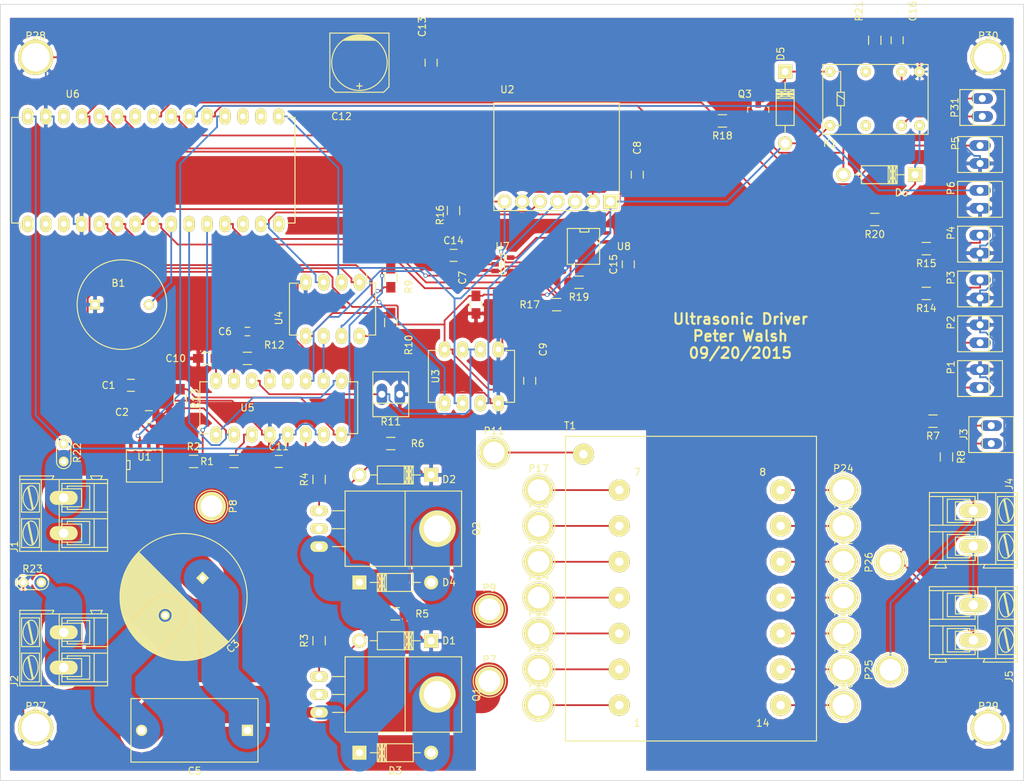
<source format=kicad_pcb>
(kicad_pcb (version 20171130) (host pcbnew "(5.1.12)-1")
  (layers (0 F.Cu signal) (31 B.Cu signal) (34 B.Paste user) (35 F.Paste user) (36 B.SilkS user) (37 F.SilkS user) (38 B.Mask user) (39 F.Mask user) (44 Edge.Cuts user))
  (net 0 "")
  (net 1 GND)
  (net 2 "Net-(B1-Pad2)")
  (net 3 +5V)
  (net 4 "Net-(C2-Pad2)")
  (net 5 "Net-(C3-Pad1)")
  (net 6 "Net-(C6-Pad2)")
  (net 7 "Net-(C10-Pad2)")
  (net 8 +12V)
  (net 9 "Net-(D1-Pad2)")
  (net 10 "Net-(D2-Pad2)")
  (net 11 "Net-(D3-Pad2)")
  (net 12 "Net-(D4-Pad2)")
  (net 13 "Net-(J3-Pad1)")
  (net 14 "Net-(J4-Pad1)")
  (net 15 "Net-(J4-Pad2)")
  (net 16 "Net-(J5-Pad2)")
  (net 17 "Net-(P3-Pad1)")
  (net 18 "Net-(P4-Pad1)")
  (net 19 "Net-(P5-Pad1)")
  (net 20 "Net-(P6-Pad1)")
  (net 21 "Net-(P10-Pad1)")
  (net 22 "Net-(P11-Pad1)")
  (net 23 "Net-(P12-Pad1)")
  (net 24 "Net-(P13-Pad1)")
  (net 25 "Net-(P14-Pad1)")
  (net 26 "Net-(P15-Pad1)")
  (net 27 "Net-(P16-Pad1)")
  (net 28 "Net-(P17-Pad1)")
  (net 29 "Net-(P18-Pad1)")
  (net 30 "Net-(P19-Pad1)")
  (net 31 "Net-(P20-Pad1)")
  (net 32 "Net-(P21-Pad1)")
  (net 33 "Net-(P22-Pad1)")
  (net 34 "Net-(P23-Pad1)")
  (net 35 "Net-(P24-Pad1)")
  (net 36 UC-PWM)
  (net 37 PWM-B)
  (net 38 PWM-A)
  (net 39 "Net-(J3-Pad2)")
  (net 40 "Net-(R9-Pad1)")
  (net 41 VREF)
  (net 42 "Net-(R10-Pad2)")
  (net 43 "Net-(R12-Pad1)")
  (net 44 UC-~RUN)
  (net 45 "Net-(R14-Pad2)")
  (net 46 "Net-(R15-Pad2)")
  (net 47 UC-PWR)
  (net 48 UC-SDA)
  (net 49 UC-SCK)
  (net 50 UC-FSYNC)
  (net 51 UC-CSF)
  (net 52 "Net-(R11-Pad2)")
  (net 53 UC-CSP)
  (net 54 "Net-(U4-Pad6)")
  (net 55 "Net-(U5-Pad1)")
  (net 56 "Net-(U5-Pad4)")
  (net 57 "Net-(U6-Pad1)")
  (net 58 "Net-(U6-Pad2)")
  (net 59 "Net-(U6-Pad3)")
  (net 60 "Net-(P1-Pad2)")
  (net 61 "Net-(P2-Pad2)")
  (net 62 "Net-(U6-Pad13)")
  (net 63 "Net-(U6-Pad15)")
  (net 64 "Net-(U6-Pad17)")
  (net 65 "Net-(U6-Pad18)")
  (net 66 "Net-(U6-Pad24)")
  (net 67 "Net-(U6-Pad28)")
  (net 68 "Net-(C14-Pad2)")
  (net 69 "Net-(U5-Pad3)")
  (net 70 UC-TUNE)
  (net 71 "Net-(D5-Pad1)")
  (net 72 "Net-(D6-Pad1)")
  (net 73 "Net-(K1-Pad9)")
  (net 74 "Net-(K1-Pad3)")
  (net 75 "Net-(K1-Pad4)")
  (net 76 "Net-(Q3-Pad1)")
  (net 77 9833-SIN)
  (net 78 "Net-(R17-Pad1)")
  (net 79 UC-RELAY)
  (net 80 "Net-(R19-Pad1)")
  (net 81 "Net-(U8-Pad8)")
  (net 82 "Net-(U8-Pad5)")
  (net 83 "Net-(U8-Pad1)")
  (net 84 "Net-(K1-Pad10)")
  (net 85 PWR-GND)
  (net 86 PWR-12V)
  (module "Relay_EC2:Relay_DPDT_IM0(3,6,7)NS" (layer F.Cu) (at 162.56 52.07)
    (fp_text reference K1 (at 0 7.62) (layer F.SilkS))
    (fp_text value RELAY)
    (pad 1 thru_hole circle (at 0 -2.54) (size 1.5 1.5) (drill 0.65) (layers *.Cu *.Mask F.SilkS) (net 71 "Net-(D5-Pad1)"))
    (pad 12 thru_hole circle (at 0 5.08) (size 1.5 1.5) (drill 0.65) (layers *.Cu *.Mask F.SilkS) (net 3 +5V))
    (pad 10 thru_hole circle (at 5.08 5.08) (size 1.5 1.5) (drill 0.65) (layers *.Cu *.Mask F.SilkS) (net 84 "Net-(K1-Pad10)"))
    (pad 9 thru_hole circle (at 10.16 5.08) (size 1.5 1.5) (drill 0.65) (layers *.Cu *.Mask F.SilkS) (net 73 "Net-(K1-Pad9)"))
    (pad 8 thru_hole circle (at 12.7 5.08) (size 1.5 1.5) (drill 0.65) (layers *.Cu *.Mask F.SilkS) (net 72 "Net-(D6-Pad1)"))
    (pad 3 thru_hole circle (at 5.08 -2.54) (size 1.5 1.5) (drill 0.65) (layers *.Cu *.Mask F.SilkS) (net 74 "Net-(K1-Pad3)"))
    (pad 4 thru_hole circle (at 10.16 -2.54) (size 1.5 1.5) (drill 0.65) (layers *.Cu *.Mask F.SilkS) (net 75 "Net-(K1-Pad4)"))
    (pad 5 thru_hole circle (at 12.7 -2.54) (size 1.5 1.5) (drill 0.65) (layers *.Cu *.Mask F.SilkS) (net 1 GND))
  )
  (module Discret:BUZ3-5 (layer F.Cu) (at 62.23 82.55)
    (fp_text reference B1 (at -0.508 -3.048) (layer F.SilkS))
    (fp_text value BUZZER)
    (pad 1 thru_hole rect (at -3.81 0) (size 1.4224 1.4224) (drill 0.8128) (layers *.Cu *.Mask F.SilkS) (net 1 GND))
    (pad 2 thru_hole circle (at 3.81 0) (size 1.4224 1.4224) (drill 0.8128) (layers *.Cu *.Mask F.SilkS) (net 2 "Net-(B1-Pad2)"))
  )
  (module Capacitors_SMD:C_0805_HandSoldering (layer F.Cu) (at 63.5 93.98)
    (fp_text reference C1 (at -3.175 0) (layer F.SilkS))
    (fp_text value 100nF)
    (pad 1 smd rect (at -1.25 0) (size 1.5 1.25) (layers F.Cu F.Paste F.Mask) (net 3 +5V))
    (pad 2 smd rect (at 1.25 0) (size 1.5 1.25) (layers F.Cu F.Paste F.Mask) (net 1 GND))
  )
  (module Capacitors_SMD:C_0805_HandSoldering (layer F.Cu) (at 66.04 98.425 180)
    (fp_text reference C2 (at 3.81 0.635 180) (layer F.SilkS))
    (fp_text value 10nF)
    (pad 1 smd rect (at -1.25 0 180) (size 1.5 1.25) (layers F.Cu F.Paste F.Mask) (net 1 GND))
    (pad 2 smd rect (at 1.25 0 180) (size 1.5 1.25) (layers F.Cu F.Paste F.Mask) (net 4 "Net-(C2-Pad2)"))
  )
  (module Capacitors_ThroughHole:C_Radial_D18_L36_P7.5 (layer F.Cu) (at 73.66 121.285 225)
    (fp_text reference C3 (at 3.81 -9.906 225) (layer F.SilkS))
    (fp_text value 4700uF)
    (pad 1 thru_hole rect (at 0 0 225) (size 1.3 1.3) (drill 0.8) (layers *.Cu *.Mask F.SilkS) (net 5 "Net-(C3-Pad1)"))
    (pad 2 thru_hole circle (at 7.5 0 225) (size 1.3 1.3) (drill 0.8) (layers *.Cu *.Mask F.SilkS) (net 85 PWR-GND))
  )
  (module Capacitors_ThroughHole:C_Rect_L18_W9_H15_P15 (layer F.Cu) (at 80.01 142.875 180)
    (fp_text reference C5 (at 7.5 -5.75 180) (layer F.SilkS))
    (fp_text value 0.47uF)
    (pad 1 thru_hole rect (at 0 0 180) (size 1.6 1.6) (drill 1.1) (layers *.Cu *.Mask F.SilkS) (net 5 "Net-(C3-Pad1)"))
    (pad 2 thru_hole circle (at 15 0 180) (size 1.6 1.6) (drill 1.1) (layers *.Cu *.Mask F.SilkS) (net 85 PWR-GND))
  )
  (module Capacitors_SMD:C_0603_HandSoldering (layer F.Cu) (at 80.01 86.36)
    (fp_text reference C6 (at -3.175 0) (layer F.SilkS))
    (fp_text value 2.2nF)
    (pad 1 smd rect (at -0.95 0) (size 1.2 0.75) (layers F.Cu F.Paste F.Mask) (net 1 GND))
    (pad 2 smd rect (at 0.95 0) (size 1.2 0.75) (layers F.Cu F.Paste F.Mask) (net 6 "Net-(C6-Pad2)"))
  )
  (module Capacitors_SMD:C_0805_HandSoldering (layer F.Cu) (at 112.395 82.55 90)
    (fp_text reference C7 (at 3.81 -1.905 90) (layer F.SilkS))
    (fp_text value 100nF)
    (pad 1 smd rect (at -1.25 0 90) (size 1.5 1.25) (layers F.Cu F.Paste F.Mask) (net 1 GND))
    (pad 2 smd rect (at 1.25 0 90) (size 1.5 1.25) (layers F.Cu F.Paste F.Mask) (net 3 +5V))
  )
  (module Capacitors_SMD:C_0805_HandSoldering (layer F.Cu) (at 135.255 64.135 270)
    (fp_text reference C8 (at -3.81 0 270) (layer F.SilkS))
    (fp_text value 100nF)
    (pad 1 smd rect (at -1.25 0 270) (size 1.5 1.25) (layers F.Cu F.Paste F.Mask) (net 1 GND))
    (pad 2 smd rect (at 1.25 0 270) (size 1.5 1.25) (layers F.Cu F.Paste F.Mask) (net 3 +5V))
  )
  (module Capacitors_SMD:C_0805_HandSoldering (layer F.Cu) (at 120.015 93.345 270)
    (fp_text reference C9 (at -4.445 -1.905 270) (layer F.SilkS))
    (fp_text value 100nF)
    (pad 1 smd rect (at -1.25 0 270) (size 1.5 1.25) (layers F.Cu F.Paste F.Mask) (net 1 GND))
    (pad 2 smd rect (at 1.25 0 270) (size 1.5 1.25) (layers F.Cu F.Paste F.Mask) (net 3 +5V))
  )
  (module Capacitors_SMD:C_0805_HandSoldering (layer F.Cu) (at 74.295 90.17)
    (fp_text reference C10 (at -4.445 0) (layer F.SilkS))
    (fp_text value 100nF)
    (pad 1 smd rect (at -1.25 0) (size 1.5 1.25) (layers F.Cu F.Paste F.Mask) (net 1 GND))
    (pad 2 smd rect (at 1.25 0) (size 1.5 1.25) (layers F.Cu F.Paste F.Mask) (net 7 "Net-(C10-Pad2)"))
  )
  (module Capacitors_SMD:C_0805_HandSoldering (layer F.Cu) (at 84.455 104.775)
    (fp_text reference C11 (at 0 -2.1) (layer F.SilkS))
    (fp_text value 100nF)
    (pad 1 smd rect (at -1.25 0) (size 1.5 1.25) (layers F.Cu F.Paste F.Mask) (net 1 GND))
    (pad 2 smd rect (at 1.25 0) (size 1.5 1.25) (layers F.Cu F.Paste F.Mask) (net 8 +12V))
  )
  (module Capacitors_SMD:c_elec_8x6.7 (layer F.Cu) (at 95.885 48.26 270)
    (fp_text reference C12 (at 7.62 2.54) (layer F.SilkS))
    (fp_text value 100uF)
    (pad 1 smd rect (at 3.05054 0 270) (size 4.0005 1.6002) (layers F.Cu F.Paste F.Mask) (net 3 +5V))
    (pad 2 smd rect (at -3.05054 0 270) (size 4.0005 1.6002) (layers F.Cu F.Paste F.Mask) (net 1 GND))
  )
  (module Capacitors_SMD:C_0805_HandSoldering (layer F.Cu) (at 106.045 48.26 90)
    (fp_text reference C13 (at 5.08 -1.27 90) (layer F.SilkS))
    (fp_text value 100nF)
    (pad 1 smd rect (at -1.25 0 90) (size 1.5 1.25) (layers F.Cu F.Paste F.Mask) (net 3 +5V))
    (pad 2 smd rect (at 1.25 0 90) (size 1.5 1.25) (layers F.Cu F.Paste F.Mask) (net 1 GND))
  )
  (module Diodes_ThroughHole:Diode_DO-41_SOD81_Horizontal_RM10 (layer F.Cu) (at 106.045 130.175 180)
    (fp_text reference D1 (at -2.54 0 180) (layer F.SilkS))
    (fp_text value 1N4744)
    (pad 2 thru_hole circle (at 10.16 -0.00254) (size 1.99898 1.99898) (drill 1.27) (layers *.Cu *.Mask F.SilkS) (net 9 "Net-(D1-Pad2)"))
    (pad 1 thru_hole rect (at 0 -0.00254) (size 1.99898 1.99898) (drill 1.00076) (layers *.Cu *.Mask F.SilkS) (net 1 GND))
  )
  (module Diodes_ThroughHole:Diode_DO-41_SOD81_Horizontal_RM10 (layer F.Cu) (at 106.045 106.68 180)
    (fp_text reference D2 (at -2.54 -0.635 180) (layer F.SilkS))
    (fp_text value 1N4744)
    (pad 2 thru_hole circle (at 10.16 -0.00254) (size 1.99898 1.99898) (drill 1.27) (layers *.Cu *.Mask F.SilkS) (net 10 "Net-(D2-Pad2)"))
    (pad 1 thru_hole rect (at 0 -0.00254) (size 1.99898 1.99898) (drill 1.00076) (layers *.Cu *.Mask F.SilkS) (net 1 GND))
  )
  (module Diodes_ThroughHole:Diode_DO-41_SOD81_Horizontal_RM10 (layer F.Cu) (at 95.885 146.05)
    (fp_text reference D3 (at 5.08 2.54) (layer F.SilkS))
    (fp_text value UF4007)
    (pad 2 thru_hole circle (at 10.16 -0.00254 180) (size 1.99898 1.99898) (drill 1.27) (layers *.Cu *.Mask F.SilkS) (net 11 "Net-(D3-Pad2)"))
    (pad 1 thru_hole rect (at 0 -0.00254 180) (size 1.99898 1.99898) (drill 1.00076) (layers *.Cu *.Mask F.SilkS) (net 85 PWR-GND))
  )
  (module Diodes_ThroughHole:Diode_DO-41_SOD81_Horizontal_RM10 (layer F.Cu) (at 95.885 121.92)
    (fp_text reference D4 (at 12.7 0) (layer F.SilkS))
    (fp_text value UF4007)
    (pad 2 thru_hole circle (at 10.16 -0.00254 180) (size 1.99898 1.99898) (drill 1.27) (layers *.Cu *.Mask F.SilkS) (net 12 "Net-(D4-Pad2)"))
    (pad 1 thru_hole rect (at 0 -0.00254 180) (size 1.99898 1.99898) (drill 1.00076) (layers *.Cu *.Mask F.SilkS) (net 85 PWR-GND))
  )
  (module Connect:AK300-2 (layer F.Cu) (at 53.975 114.935 90)
    (fp_text reference J1 (at -1.92 -6.985 90) (layer F.SilkS))
    (fp_text value +12V)
    (pad 1 thru_hole oval (at 0 0 90) (size 1.9812 3.9624) (drill 1.3208) (layers *.Cu F.Paste F.SilkS F.Mask) (net 86 PWR-12V))
    (pad 2 thru_hole oval (at 5 0 90) (size 1.9812 3.9624) (drill 1.3208) (layers *.Cu F.Paste F.SilkS F.Mask) (net 86 PWR-12V))
  )
  (module Connect:AK300-2 (layer F.Cu) (at 53.975 133.985 90)
    (fp_text reference J2 (at -1.92 -6.985 90) (layer F.SilkS))
    (fp_text value GND)
    (pad 1 thru_hole oval (at 0 0 90) (size 1.9812 3.9624) (drill 1.3208) (layers *.Cu F.Paste F.SilkS F.Mask) (net 85 PWR-GND))
    (pad 2 thru_hole oval (at 5 0 90) (size 1.9812 3.9624) (drill 1.3208) (layers *.Cu F.Paste F.SilkS F.Mask) (net 85 PWR-GND))
  )
  (module Connect:AK300-2 (layer F.Cu) (at 182.88 111.76 270)
    (fp_text reference J4 (at -3.81 -5.08 270) (layer F.SilkS))
    (fp_text value Disable)
    (pad 1 thru_hole oval (at 0 0 270) (size 1.9812 3.9624) (drill 1.3208) (layers *.Cu F.Paste F.SilkS F.Mask) (net 14 "Net-(J4-Pad1)"))
    (pad 2 thru_hole oval (at 5 0 270) (size 1.9812 3.9624) (drill 1.3208) (layers *.Cu F.Paste F.SilkS F.Mask) (net 15 "Net-(J4-Pad2)"))
  )
  (module Connect:AK300-2 (layer F.Cu) (at 182.88 125.095 270)
    (fp_text reference J5 (at 10.16 -5.08 270) (layer F.SilkS))
    (fp_text value XDUCER)
    (pad 1 thru_hole oval (at 0 0 270) (size 1.9812 3.9624) (drill 1.3208) (layers *.Cu F.Paste F.SilkS F.Mask) (net 15 "Net-(J4-Pad2)"))
    (pad 2 thru_hole oval (at 5 0 270) (size 1.9812 3.9624) (drill 1.3208) (layers *.Cu F.Paste F.SilkS F.Mask) (net 16 "Net-(J5-Pad2)"))
  )
  (module Connect:1pin (layer F.Cu) (at 114.3 135.89)
    (fp_text reference P7 (at 0 -3.048) (layer F.SilkS))
    (fp_text value SMPS-UT)
    (pad 1 thru_hole circle (at 0 0) (size 4.064 4.064) (drill 3.048) (layers *.Cu *.Mask F.SilkS) (net 11 "Net-(D3-Pad2)"))
  )
  (module Connect:1pin (layer F.Cu) (at 74.93 111.125 270)
    (fp_text reference P8 (at 0 -3.048 270) (layer F.SilkS))
    (fp_text value SMPS-CT)
    (pad 1 thru_hole circle (at 0 0 270) (size 4.064 4.064) (drill 3.048) (layers *.Cu *.Mask F.SilkS) (net 5 "Net-(C3-Pad1)"))
  )
  (module Connect:1pin (layer F.Cu) (at 114.3 125.73)
    (fp_text reference P9 (at 0 -3.048) (layer F.SilkS))
    (fp_text value SMPS-LT)
    (pad 1 thru_hole circle (at 0 0) (size 4.064 4.064) (drill 3.048) (layers *.Cu *.Mask F.SilkS) (net 12 "Net-(D4-Pad2)"))
  )
  (module Connect:1pin (layer F.Cu) (at 121.282 139.308)
    (fp_text reference P10 (at 0 -3.048) (layer F.SilkS))
    (fp_text value CONN_1)
    (pad 1 thru_hole circle (at 0 0) (size 4.064 4.064) (drill 3.048) (layers *.Cu *.Mask F.SilkS) (net 21 "Net-(P10-Pad1)"))
  )
  (module Connect:1pin (layer F.Cu) (at 114.935 103.505)
    (fp_text reference P11 (at 0 -3.048) (layer F.SilkS))
    (fp_text value CONN_1)
    (pad 1 thru_hole circle (at 0 0) (size 4.064 4.064) (drill 3.048) (layers *.Cu *.Mask F.SilkS) (net 22 "Net-(P11-Pad1)"))
  )
  (module Connect:1pin (layer F.Cu) (at 121.282 129.148)
    (fp_text reference P12 (at 0 -3.048) (layer F.SilkS))
    (fp_text value CONN_1)
    (pad 1 thru_hole circle (at 0 0) (size 4.064 4.064) (drill 3.048) (layers *.Cu *.Mask F.SilkS) (net 23 "Net-(P12-Pad1)"))
  )
  (module Connect:1pin (layer F.Cu) (at 121.282 134.228)
    (fp_text reference P13 (at 0 -3.048) (layer F.SilkS))
    (fp_text value CONN_1)
    (pad 1 thru_hole circle (at 0 0) (size 4.064 4.064) (drill 3.048) (layers *.Cu *.Mask F.SilkS) (net 24 "Net-(P13-Pad1)"))
  )
  (module Connect:1pin (layer F.Cu) (at 121.282 124.068)
    (fp_text reference P14 (at 0 -3.048) (layer F.SilkS))
    (fp_text value CONN_1)
    (pad 1 thru_hole circle (at 0 0) (size 4.064 4.064) (drill 3.048) (layers *.Cu *.Mask F.SilkS) (net 25 "Net-(P14-Pad1)"))
  )
  (module Connect:1pin (layer F.Cu) (at 121.282 118.988)
    (fp_text reference P15 (at 0 -3.048) (layer F.SilkS))
    (fp_text value CONN_1)
    (pad 1 thru_hole circle (at 0 0) (size 4.064 4.064) (drill 3.048) (layers *.Cu *.Mask F.SilkS) (net 26 "Net-(P15-Pad1)"))
  )
  (module Connect:1pin (layer F.Cu) (at 121.282 113.908)
    (fp_text reference P16 (at 0 -3.048) (layer F.SilkS))
    (fp_text value CONN_1)
    (pad 1 thru_hole circle (at 0 0) (size 4.064 4.064) (drill 3.048) (layers *.Cu *.Mask F.SilkS) (net 27 "Net-(P16-Pad1)"))
  )
  (module Connect:1pin (layer F.Cu) (at 121.282 108.828)
    (fp_text reference P17 (at 0 -3.048) (layer F.SilkS))
    (fp_text value CONN_1)
    (pad 1 thru_hole circle (at 0 0) (size 4.064 4.064) (drill 3.048) (layers *.Cu *.Mask F.SilkS) (net 28 "Net-(P17-Pad1)"))
  )
  (module Connect:1pin (layer F.Cu) (at 164.462 139.308)
    (fp_text reference P18 (at 0 -3.048) (layer F.SilkS))
    (fp_text value CONN_1)
    (pad 1 thru_hole circle (at 0 0) (size 4.064 4.064) (drill 3.048) (layers *.Cu *.Mask F.SilkS) (net 29 "Net-(P18-Pad1)"))
  )
  (module Connect:1pin (layer F.Cu) (at 164.462 134.228)
    (fp_text reference P19 (at 0 -3.048) (layer F.SilkS))
    (fp_text value CONN_1)
    (pad 1 thru_hole circle (at 0 0) (size 4.064 4.064) (drill 3.048) (layers *.Cu *.Mask F.SilkS) (net 30 "Net-(P19-Pad1)"))
  )
  (module Connect:1pin (layer F.Cu) (at 164.462 129.148)
    (fp_text reference P20 (at 0 -3.048) (layer F.SilkS))
    (fp_text value CONN_1)
    (pad 1 thru_hole circle (at 0 0) (size 4.064 4.064) (drill 3.048) (layers *.Cu *.Mask F.SilkS) (net 31 "Net-(P20-Pad1)"))
  )
  (module Connect:1pin (layer F.Cu) (at 164.462 124.068)
    (fp_text reference P21 (at 0 -3.048) (layer F.SilkS))
    (fp_text value CONN_1)
    (pad 1 thru_hole circle (at 0 0) (size 4.064 4.064) (drill 3.048) (layers *.Cu *.Mask F.SilkS) (net 32 "Net-(P21-Pad1)"))
  )
  (module Connect:1pin (layer F.Cu) (at 164.462 118.988)
    (fp_text reference P22 (at 0 -3.048) (layer F.SilkS))
    (fp_text value CONN_1)
    (pad 1 thru_hole circle (at 0 0) (size 4.064 4.064) (drill 3.048) (layers *.Cu *.Mask F.SilkS) (net 33 "Net-(P22-Pad1)"))
  )
  (module Connect:1pin (layer F.Cu) (at 164.462 113.908)
    (fp_text reference P23 (at 0 -3.048) (layer F.SilkS))
    (fp_text value CONN_1)
    (pad 1 thru_hole circle (at 0 0) (size 4.064 4.064) (drill 3.048) (layers *.Cu *.Mask F.SilkS) (net 34 "Net-(P23-Pad1)"))
  )
  (module Connect:1pin (layer F.Cu) (at 164.462 108.828)
    (fp_text reference P24 (at 0 -3.048) (layer F.SilkS))
    (fp_text value CONN_1)
    (pad 1 thru_hole circle (at 0 0) (size 4.064 4.064) (drill 3.048) (layers *.Cu *.Mask F.SilkS) (net 35 "Net-(P24-Pad1)"))
  )
  (module Connect:1pin (layer F.Cu) (at 171.132 134.302 90)
    (fp_text reference P25 (at 0 -3.048 90) (layer F.SilkS))
    (fp_text value CONN_1)
    (pad 1 thru_hole circle (at 0 0 90) (size 4.064 4.064) (drill 3.048) (layers *.Cu *.Mask F.SilkS) (net 14 "Net-(J4-Pad1)"))
  )
  (module Connect:1pin (layer F.Cu) (at 171.132 119.062 90)
    (fp_text reference P26 (at 0 -3.048 90) (layer F.SilkS))
    (fp_text value CONN_1)
    (pad 1 thru_hole circle (at 0 0 90) (size 4.064 4.064) (drill 3.048) (layers *.Cu *.Mask F.SilkS) (net 16 "Net-(J5-Pad2)"))
  )
  (module Resistors_SMD:R_0805_HandSoldering (layer F.Cu) (at 78.105 104.775)
    (fp_text reference R1 (at -3.81 0) (layer F.SilkS))
    (fp_text value 10K)
    (pad 1 smd rect (at -1.35 0) (size 1.5 1.3) (layers F.Cu F.Paste F.Mask) (net 36 UC-PWM))
    (pad 2 smd rect (at 1.35 0) (size 1.5 1.3) (layers F.Cu F.Paste F.Mask) (net 37 PWM-B))
  )
  (module Resistors_SMD:R_0805_HandSoldering (layer F.Cu) (at 72.39 104.775)
    (fp_text reference R2 (at 0 -2.1) (layer F.SilkS))
    (fp_text value 4.7K)
    (pad 1 smd rect (at -1.35 0) (size 1.5 1.3) (layers F.Cu F.Paste F.Mask) (net 1 GND))
    (pad 2 smd rect (at 1.35 0) (size 1.5 1.3) (layers F.Cu F.Paste F.Mask) (net 36 UC-PWM))
  )
  (module Resistors_SMD:R_0805_HandSoldering (layer F.Cu) (at 90.17 130.175 90)
    (fp_text reference R3 (at 0 -2.1 90) (layer F.SilkS))
    (fp_text value 20)
    (pad 1 smd rect (at -1.35 0 90) (size 1.5 1.3) (layers F.Cu F.Paste F.Mask) (net 9 "Net-(D1-Pad2)"))
    (pad 2 smd rect (at 1.35 0 90) (size 1.5 1.3) (layers F.Cu F.Paste F.Mask) (net 38 PWM-A))
  )
  (module Resistors_SMD:R_0805_HandSoldering (layer F.Cu) (at 90.17 107.315 90)
    (fp_text reference R4 (at 0 -2.1 90) (layer F.SilkS))
    (fp_text value 20)
    (pad 1 smd rect (at -1.35 0 90) (size 1.5 1.3) (layers F.Cu F.Paste F.Mask) (net 10 "Net-(D2-Pad2)"))
    (pad 2 smd rect (at 1.35 0 90) (size 1.5 1.3) (layers F.Cu F.Paste F.Mask) (net 37 PWM-B))
  )
  (module Resistors_SMD:R_0805_HandSoldering (layer F.Cu) (at 100.965 126.365 180)
    (fp_text reference R5 (at -3.81 0 180) (layer F.SilkS))
    (fp_text value 10K)
    (pad 1 smd rect (at -1.35 0 180) (size 1.5 1.3) (layers F.Cu F.Paste F.Mask) (net 1 GND))
    (pad 2 smd rect (at 1.35 0 180) (size 1.5 1.3) (layers F.Cu F.Paste F.Mask) (net 9 "Net-(D1-Pad2)"))
  )
  (module Resistors_SMD:R_0805_HandSoldering (layer F.Cu) (at 100.33 102.235 180)
    (fp_text reference R6 (at -3.81 0 180) (layer F.SilkS))
    (fp_text value 10K)
    (pad 1 smd rect (at -1.35 0 180) (size 1.5 1.3) (layers F.Cu F.Paste F.Mask) (net 1 GND))
    (pad 2 smd rect (at 1.35 0 180) (size 1.5 1.3) (layers F.Cu F.Paste F.Mask) (net 10 "Net-(D2-Pad2)"))
  )
  (module Resistors_SMD:R_0805_HandSoldering (layer F.Cu) (at 177.165 99.06 180)
    (fp_text reference R7 (at 0 -2.1 180) (layer F.SilkS))
    (fp_text value 2.2M)
    (pad 1 smd rect (at -1.35 0 180) (size 1.5 1.3) (layers F.Cu F.Paste F.Mask) (net 39 "Net-(J3-Pad2)"))
    (pad 2 smd rect (at 1.35 0 180) (size 1.5 1.3) (layers F.Cu F.Paste F.Mask) (net 16 "Net-(J5-Pad2)"))
  )
  (module Resistors_SMD:R_0805_HandSoldering (layer F.Cu) (at 179.07 104.14 270)
    (fp_text reference R8 (at 0 -2.1 270) (layer F.SilkS))
    (fp_text value 6.8M)
    (pad 1 smd rect (at -1.35 0 270) (size 1.5 1.3) (layers F.Cu F.Paste F.Mask) (net 13 "Net-(J3-Pad1)"))
    (pad 2 smd rect (at 1.35 0 270) (size 1.5 1.3) (layers F.Cu F.Paste F.Mask) (net 14 "Net-(J4-Pad1)"))
  )
  (module Resistors_SMD:R_0805_HandSoldering (layer F.Cu) (at 100.33 78.74 90)
    (fp_text reference R9 (at -1.27 2.54 90) (layer F.SilkS))
    (fp_text value 4.7K)
    (pad 1 smd rect (at -1.35 0 90) (size 1.5 1.3) (layers F.Cu F.Paste F.Mask) (net 40 "Net-(R9-Pad1)"))
    (pad 2 smd rect (at 1.35 0 90) (size 1.5 1.3) (layers F.Cu F.Paste F.Mask) (net 41 VREF))
  )
  (module Resistors_SMD:R_0805_HandSoldering (layer F.Cu) (at 100.33 85.09 90)
    (fp_text reference R10 (at -3.175 2.54 90) (layer F.SilkS))
    (fp_text value 1.8K)
    (pad 1 smd rect (at -1.35 0 90) (size 1.5 1.3) (layers F.Cu F.Paste F.Mask) (net 1 GND))
    (pad 2 smd rect (at 1.35 0 90) (size 1.5 1.3) (layers F.Cu F.Paste F.Mask) (net 42 "Net-(R10-Pad2)"))
  )
  (module Resistors_SMD:R_0805_HandSoldering (layer F.Cu) (at 80.01 90.17)
    (fp_text reference R12 (at 3.81 -1.905) (layer F.SilkS))
    (fp_text value 10)
    (pad 1 smd rect (at -1.35 0) (size 1.5 1.3) (layers F.Cu F.Paste F.Mask) (net 43 "Net-(R12-Pad1)"))
    (pad 2 smd rect (at 1.35 0) (size 1.5 1.3) (layers F.Cu F.Paste F.Mask) (net 6 "Net-(C6-Pad2)"))
  )
  (module Resistors_SMD:R_0805_HandSoldering (layer F.Cu) (at 70.485 95.885 270)
    (fp_text reference R13 (at 0 -2.1 270) (layer F.SilkS))
    (fp_text value 10K)
    (pad 1 smd rect (at -1.35 0 270) (size 1.5 1.3) (layers F.Cu F.Paste F.Mask) (net 41 VREF))
    (pad 2 smd rect (at 1.35 0 270) (size 1.5 1.3) (layers F.Cu F.Paste F.Mask) (net 44 UC-~RUN))
  )
  (module Resistors_SMD:R_0805_HandSoldering (layer F.Cu) (at 176.212 80.9625 180)
    (fp_text reference R14 (at 0 -2.1 180) (layer F.SilkS))
    (fp_text value 330)
    (pad 1 smd rect (at -1.35 0 180) (size 1.5 1.3) (layers F.Cu F.Paste F.Mask) (net 17 "Net-(P3-Pad1)"))
    (pad 2 smd rect (at 1.35 0 180) (size 1.5 1.3) (layers F.Cu F.Paste F.Mask) (net 45 "Net-(R14-Pad2)"))
  )
  (module Resistors_SMD:R_0805_HandSoldering (layer F.Cu) (at 176.212 74.6125 180)
    (fp_text reference R15 (at 0 -2.1 180) (layer F.SilkS))
    (fp_text value 330)
    (pad 1 smd rect (at -1.35 0 180) (size 1.5 1.3) (layers F.Cu F.Paste F.Mask) (net 18 "Net-(P4-Pad1)"))
    (pad 2 smd rect (at 1.35 0 180) (size 1.5 1.3) (layers F.Cu F.Paste F.Mask) (net 46 "Net-(R15-Pad2)"))
  )
  (module SMPS:SMPS_Transformer (layer F.Cu) (at 145.412 124.068)
    (fp_text reference T1 (at -19.6825 -24.3725) (layer F.SilkS))
    (fp_text value SMPS)
    (fp_text user 14 (at 7.62 17.78) (layer F.SilkS))
    (fp_text user 8 (at 7.62 -17.78) (layer F.SilkS))
    (fp_text user 7 (at -10.16 -17.78) (layer F.SilkS))
    (fp_text user 1 (at -10.16 17.78) (layer F.SilkS))
    (pad 1 thru_hole circle (at -12.7 15.24) (size 2.99974 2.99974) (drill 1.19888) (layers *.Cu *.Mask F.SilkS) (net 21 "Net-(P10-Pad1)"))
    (pad 2 thru_hole circle (at -12.7 10.16) (size 2.99974 2.99974) (drill 1.19888) (layers *.Cu *.Mask F.SilkS) (net 24 "Net-(P13-Pad1)"))
    (pad 3 thru_hole circle (at -12.7 5.08) (size 2.99974 2.99974) (drill 1.19888) (layers *.Cu *.Mask F.SilkS) (net 23 "Net-(P12-Pad1)"))
    (pad 4 thru_hole circle (at -12.7 0) (size 2.99974 2.99974) (drill 1.19888) (layers *.Cu *.Mask F.SilkS) (net 25 "Net-(P14-Pad1)"))
    (pad 5 thru_hole circle (at -12.7 -5.08) (size 2.99974 2.99974) (drill 1.19888) (layers *.Cu *.Mask F.SilkS) (net 26 "Net-(P15-Pad1)"))
    (pad 6 thru_hole circle (at -12.7 -10.16) (size 2.99974 2.99974) (drill 1.19888) (layers *.Cu *.Mask F.SilkS) (net 27 "Net-(P16-Pad1)"))
    (pad 7 thru_hole circle (at -12.7 -15.24) (size 2.99974 2.99974) (drill 1.19888) (layers *.Cu *.Mask F.SilkS) (net 28 "Net-(P17-Pad1)"))
    (pad 8 thru_hole circle (at 10.16 -15.24) (size 2.99974 2.99974) (drill 1.19888) (layers *.Cu *.Mask F.SilkS) (net 35 "Net-(P24-Pad1)"))
    (pad 9 thru_hole circle (at 10.16 -10.16) (size 2.99974 2.99974) (drill 1.19888) (layers *.Cu *.Mask F.SilkS) (net 34 "Net-(P23-Pad1)"))
    (pad 10 thru_hole circle (at 10.16 -5.08) (size 2.99974 2.99974) (drill 1.19888) (layers *.Cu *.Mask F.SilkS) (net 33 "Net-(P22-Pad1)"))
    (pad 11 thru_hole circle (at 10.16 0) (size 2.99974 2.99974) (drill 1.19888) (layers *.Cu *.Mask F.SilkS) (net 32 "Net-(P21-Pad1)"))
    (pad 12 thru_hole circle (at 10.16 5.08) (size 2.99974 2.99974) (drill 1.19888) (layers *.Cu *.Mask F.SilkS) (net 31 "Net-(P20-Pad1)"))
    (pad 13 thru_hole circle (at 10.16 10.16) (size 2.99974 2.99974) (drill 1.19888) (layers *.Cu *.Mask F.SilkS) (net 30 "Net-(P19-Pad1)"))
    (pad 14 thru_hole circle (at 10.16 15.24) (size 2.99974 2.99974) (drill 1.19888) (layers *.Cu *.Mask F.SilkS) (net 29 "Net-(P18-Pad1)"))
    (pad 15 thru_hole circle (at -17.78 -20.32) (size 2.99974 2.99974) (drill 1.19888) (layers *.Cu *.Mask F.SilkS) (net 22 "Net-(P11-Pad1)"))
  )
  (module SMD_Packages:SOIC-8-N (layer F.Cu) (at 65.405 105.41)
    (fp_text reference U1 (at 0 -1.27) (layer F.SilkS))
    (fp_text value ACS712)
    (pad 8 smd rect (at -1.905 -3.175) (size 0.508 1.143) (layers F.Cu F.Paste F.Mask) (net 3 +5V))
    (pad 7 smd rect (at -0.635 -3.175) (size 0.508 1.143) (layers F.Cu F.Paste F.Mask) (net 47 UC-PWR))
    (pad 6 smd rect (at 0.635 -3.175) (size 0.508 1.143) (layers F.Cu F.Paste F.Mask) (net 4 "Net-(C2-Pad2)"))
    (pad 5 smd rect (at 1.905 -3.175) (size 0.508 1.143) (layers F.Cu F.Paste F.Mask) (net 1 GND))
    (pad 4 smd rect (at 1.905 3.175) (size 0.508 1.143) (layers F.Cu F.Paste F.Mask) (net 5 "Net-(C3-Pad1)"))
    (pad 3 smd rect (at 0.635 3.175) (size 0.508 1.143) (layers F.Cu F.Paste F.Mask) (net 5 "Net-(C3-Pad1)"))
    (pad 2 smd rect (at -0.635 3.175) (size 0.508 1.143) (layers F.Cu F.Paste F.Mask) (net 86 PWR-12V))
    (pad 1 smd rect (at -1.905 3.175) (size 0.508 1.143) (layers F.Cu F.Paste F.Mask) (net 86 PWR-12V))
  )
  (module AD9833_Board:AD9833_Board (layer F.Cu) (at 131.445 67.945 180)
    (fp_text reference U2 (at 14.605 15.875 180) (layer F.SilkS))
    (fp_text value AD9833_Board)
    (pad 1 thru_hole rect (at 0 0 180) (size 2 2) (drill 1.2) (layers *.Cu *.Mask F.SilkS) (net 3 +5V))
    (pad 2 thru_hole circle (at 2.493 0 180) (size 2 2) (drill 1.2) (layers *.Cu *.Mask F.SilkS) (net 1 GND))
    (pad 3 thru_hole circle (at 4.993 0 180) (size 2 2) (drill 1.2) (layers *.Cu *.Mask F.SilkS) (net 48 UC-SDA))
    (pad 4 thru_hole circle (at 7.493 0 180) (size 2 2) (drill 1.2) (layers *.Cu *.Mask F.SilkS) (net 49 UC-SCK))
    (pad 5 thru_hole circle (at 9.993 0 180) (size 2 2) (drill 1.2) (layers *.Cu *.Mask F.SilkS) (net 50 UC-FSYNC))
    (pad 6 thru_hole circle (at 12.493 0 180) (size 2 2) (drill 1.2) (layers *.Cu *.Mask F.SilkS) (net 1 GND))
    (pad 7 thru_hole circle (at 14.993 0 180) (size 2 2) (drill 1.2) (layers *.Cu *.Mask F.SilkS) (net 77 9833-SIN))
  )
  (module Housings_DIP:DIP-8_W7.62mm_LongPads (layer F.Cu) (at 107.95 96.52 90)
    (fp_text reference U3 (at 3.81 -1.27 90) (layer F.SilkS))
    (fp_text value 50K)
    (pad 1 thru_hole oval (at 0 0 90) (size 2.3 1.6) (drill 0.8) (layers *.Cu *.Mask F.SilkS) (net 51 UC-CSF))
    (pad 2 thru_hole oval (at 0 2.54 90) (size 2.3 1.6) (drill 0.8) (layers *.Cu *.Mask F.SilkS) (net 49 UC-SCK))
    (pad 3 thru_hole oval (at 0 5.08 90) (size 2.3 1.6) (drill 0.8) (layers *.Cu *.Mask F.SilkS) (net 48 UC-SDA))
    (pad 4 thru_hole oval (at 0 7.62 90) (size 2.3 1.6) (drill 0.8) (layers *.Cu *.Mask F.SilkS) (net 1 GND))
    (pad 5 thru_hole oval (at 7.62 7.62 90) (size 2.3 1.6) (drill 0.8) (layers *.Cu *.Mask F.SilkS) (net 1 GND))
    (pad 6 thru_hole oval (at 7.62 5.08 90) (size 2.3 1.6) (drill 0.8) (layers *.Cu *.Mask F.SilkS) (net 52 "Net-(R11-Pad2)"))
    (pad 7 thru_hole oval (at 7.62 2.54 90) (size 2.3 1.6) (drill 0.8) (layers *.Cu *.Mask F.SilkS) (net 52 "Net-(R11-Pad2)"))
    (pad 8 thru_hole oval (at 7.62 0 90) (size 2.3 1.6) (drill 0.8) (layers *.Cu *.Mask F.SilkS) (net 3 +5V))
  )
  (module Housings_DIP:DIP-8_W7.62mm_LongPads (layer F.Cu) (at 95.885 79.375 270)
    (fp_text reference U4 (at 5.08 11.43 270) (layer F.SilkS))
    (fp_text value 10K)
    (pad 1 thru_hole oval (at 0 0 270) (size 2.3 1.6) (drill 0.8) (layers *.Cu *.Mask F.SilkS) (net 53 UC-CSP))
    (pad 2 thru_hole oval (at 0 2.54 270) (size 2.3 1.6) (drill 0.8) (layers *.Cu *.Mask F.SilkS) (net 49 UC-SCK))
    (pad 3 thru_hole oval (at 0 5.08 270) (size 2.3 1.6) (drill 0.8) (layers *.Cu *.Mask F.SilkS) (net 48 UC-SDA))
    (pad 4 thru_hole oval (at 0 7.62 270) (size 2.3 1.6) (drill 0.8) (layers *.Cu *.Mask F.SilkS) (net 1 GND))
    (pad 5 thru_hole oval (at 7.62 7.62 270) (size 2.3 1.6) (drill 0.8) (layers *.Cu *.Mask F.SilkS) (net 42 "Net-(R10-Pad2)"))
    (pad 6 thru_hole oval (at 7.62 5.08 270) (size 2.3 1.6) (drill 0.8) (layers *.Cu *.Mask F.SilkS) (net 54 "Net-(U4-Pad6)"))
    (pad 7 thru_hole oval (at 7.62 2.54 270) (size 2.3 1.6) (drill 0.8) (layers *.Cu *.Mask F.SilkS) (net 40 "Net-(R9-Pad1)"))
    (pad 8 thru_hole oval (at 7.62 0 270) (size 2.3 1.6) (drill 0.8) (layers *.Cu *.Mask F.SilkS) (net 3 +5V))
  )
  (module Housings_DIP:DIP-16_W7.62mm_LongPads (layer F.Cu) (at 93.345 93.345 270)
    (fp_text reference U5 (at 3.81 13.335) (layer F.SilkS))
    (fp_text value SG3525)
    (pad 1 thru_hole oval (at 0 0 270) (size 2.3 1.6) (drill 0.8) (layers *.Cu *.Mask F.SilkS) (net 55 "Net-(U5-Pad1)"))
    (pad 2 thru_hole oval (at 0 2.54 270) (size 2.3 1.6) (drill 0.8) (layers *.Cu *.Mask F.SilkS) (net 54 "Net-(U4-Pad6)"))
    (pad 3 thru_hole oval (at 0 5.08 270) (size 2.3 1.6) (drill 0.8) (layers *.Cu *.Mask F.SilkS) (net 69 "Net-(U5-Pad3)"))
    (pad 4 thru_hole oval (at 0 7.62 270) (size 2.3 1.6) (drill 0.8) (layers *.Cu *.Mask F.SilkS) (net 56 "Net-(U5-Pad4)"))
    (pad 5 thru_hole oval (at 0 10.16 270) (size 2.3 1.6) (drill 0.8) (layers *.Cu *.Mask F.SilkS) (net 6 "Net-(C6-Pad2)"))
    (pad 6 thru_hole oval (at 0 12.7 270) (size 2.3 1.6) (drill 0.8) (layers *.Cu *.Mask F.SilkS) (net 52 "Net-(R11-Pad2)"))
    (pad 7 thru_hole oval (at 0 15.24 270) (size 2.3 1.6) (drill 0.8) (layers *.Cu *.Mask F.SilkS) (net 43 "Net-(R12-Pad1)"))
    (pad 8 thru_hole oval (at 0 17.78 270) (size 2.3 1.6) (drill 0.8) (layers *.Cu *.Mask F.SilkS) (net 7 "Net-(C10-Pad2)"))
    (pad 9 thru_hole oval (at 7.62 17.78 270) (size 2.3 1.6) (drill 0.8) (layers *.Cu *.Mask F.SilkS) (net 55 "Net-(U5-Pad1)"))
    (pad 10 thru_hole oval (at 7.62 15.24 270) (size 2.3 1.6) (drill 0.8) (layers *.Cu *.Mask F.SilkS) (net 44 UC-~RUN))
    (pad 11 thru_hole oval (at 7.62 12.7 270) (size 2.3 1.6) (drill 0.8) (layers *.Cu *.Mask F.SilkS) (net 38 PWM-A))
    (pad 12 thru_hole oval (at 7.62 10.16 270) (size 2.3 1.6) (drill 0.8) (layers *.Cu *.Mask F.SilkS) (net 1 GND))
    (pad 13 thru_hole oval (at 7.62 7.62 270) (size 2.3 1.6) (drill 0.8) (layers *.Cu *.Mask F.SilkS) (net 8 +12V))
    (pad 14 thru_hole oval (at 7.62 5.08 270) (size 2.3 1.6) (drill 0.8) (layers *.Cu *.Mask F.SilkS) (net 37 PWM-B))
    (pad 15 thru_hole oval (at 7.62 2.54 270) (size 2.3 1.6) (drill 0.8) (layers *.Cu *.Mask F.SilkS) (net 8 +12V))
    (pad 16 thru_hole oval (at 7.62 0 270) (size 2.3 1.6) (drill 0.8) (layers *.Cu *.Mask F.SilkS) (net 41 VREF))
  )
  (module Nano:DIP-30_W15.24mm_LongPads (layer F.Cu) (at 46.355 71.12 90)
    (fp_text reference U6 (at 18.415 8.89 180) (layer F.SilkS))
    (fp_text value Arduino_Nano)
    (pad 1 thru_hole oval (at 0 2.54 90) (size 2.3 1.6) (drill 0.8) (layers *.Cu *.Mask F.SilkS) (net 57 "Net-(U6-Pad1)"))
    (pad 2 thru_hole oval (at 0 5.08 90) (size 2.3 1.6) (drill 0.8) (layers *.Cu *.Mask F.SilkS) (net 58 "Net-(U6-Pad2)"))
    (pad 3 thru_hole oval (at 0 7.62 90) (size 2.3 1.6) (drill 0.8) (layers *.Cu *.Mask F.SilkS) (net 59 "Net-(U6-Pad3)"))
    (pad 4 thru_hole oval (at 0 10.16 90) (size 2.3 1.6) (drill 0.8) (layers *.Cu *.Mask F.SilkS) (net 1 GND))
    (pad 5 thru_hole oval (at 0 12.7 90) (size 2.3 1.6) (drill 0.8) (layers *.Cu *.Mask F.SilkS) (net 53 UC-CSP))
    (pad 6 thru_hole oval (at 0 15.24 90) (size 2.3 1.6) (drill 0.8) (layers *.Cu *.Mask F.SilkS) (net 51 UC-CSF))
    (pad 7 thru_hole oval (at 0 17.78 90) (size 2.3 1.6) (drill 0.8) (layers *.Cu *.Mask F.SilkS) (net 50 UC-FSYNC))
    (pad 8 thru_hole oval (at 0 20.32 90) (size 2.3 1.6) (drill 0.8) (layers *.Cu *.Mask F.SilkS) (net 60 "Net-(P1-Pad2)"))
    (pad 9 thru_hole oval (at 0 22.86 90) (size 2.3 1.6) (drill 0.8) (layers *.Cu *.Mask F.SilkS) (net 2 "Net-(B1-Pad2)"))
    (pad 10 thru_hole oval (at 0 25.4 90) (size 2.3 1.6) (drill 0.8) (layers *.Cu *.Mask F.SilkS) (net 44 UC-~RUN))
    (pad 11 thru_hole oval (at 0 27.94 90) (size 2.3 1.6) (drill 0.8) (layers *.Cu *.Mask F.SilkS) (net 36 UC-PWM))
    (pad 12 thru_hole oval (at 0 30.48 90) (size 2.3 1.6) (drill 0.8) (layers *.Cu *.Mask F.SilkS) (net 61 "Net-(P2-Pad2)"))
    (pad 13 thru_hole oval (at 0 33.02 90) (size 2.3 1.6) (drill 0.8) (layers *.Cu *.Mask F.SilkS) (net 62 "Net-(U6-Pad13)"))
    (pad 14 thru_hole oval (at 0 35.56 90) (size 2.3 1.6) (drill 0.8) (layers *.Cu *.Mask F.SilkS) (net 48 UC-SDA))
    (pad 15 thru_hole oval (at 0 38.1 90) (size 2.3 1.6) (drill 0.8) (layers *.Cu *.Mask F.SilkS) (net 63 "Net-(U6-Pad15)"))
    (pad 16 thru_hole oval (at 15.24 38.1 90) (size 2.3 1.6) (drill 0.8) (layers *.Cu *.Mask F.SilkS) (net 49 UC-SCK))
    (pad 17 thru_hole oval (at 15.24 35.56 90) (size 2.3 1.6) (drill 0.8) (layers *.Cu *.Mask F.SilkS) (net 64 "Net-(U6-Pad17)"))
    (pad 18 thru_hole oval (at 15.24 33.02 90) (size 2.3 1.6) (drill 0.8) (layers *.Cu *.Mask F.SilkS) (net 65 "Net-(U6-Pad18)"))
    (pad 19 thru_hole oval (at 15.24 30.48 90) (size 2.3 1.6) (drill 0.8) (layers *.Cu *.Mask F.SilkS) (net 47 UC-PWR))
    (pad 20 thru_hole oval (at 15.24 27.94 90) (size 2.3 1.6) (drill 0.8) (layers *.Cu *.Mask F.SilkS) (net 70 UC-TUNE))
    (pad 21 thru_hole oval (at 15.24 25.4 90) (size 2.3 1.6) (drill 0.8) (layers *.Cu *.Mask F.SilkS) (net 20 "Net-(P6-Pad1)"))
    (pad 22 thru_hole oval (at 15.24 22.86 90) (size 2.3 1.6) (drill 0.8) (layers *.Cu *.Mask F.SilkS) (net 19 "Net-(P5-Pad1)"))
    (pad 23 thru_hole oval (at 15.24 20.32 90) (size 2.3 1.6) (drill 0.8) (layers *.Cu *.Mask F.SilkS) (net 79 UC-RELAY))
    (pad 24 thru_hole oval (at 15.24 17.78 90) (size 2.3 1.6) (drill 0.8) (layers *.Cu *.Mask F.SilkS) (net 66 "Net-(U6-Pad24)"))
    (pad 25 thru_hole oval (at 15.24 15.24 90) (size 2.3 1.6) (drill 0.8) (layers *.Cu *.Mask F.SilkS) (net 46 "Net-(R15-Pad2)"))
    (pad 26 thru_hole oval (at 15.24 12.7 90) (size 2.3 1.6) (drill 0.8) (layers *.Cu *.Mask F.SilkS) (net 45 "Net-(R14-Pad2)"))
    (pad 27 thru_hole oval (at 15.24 10.16 90) (size 2.3 1.6) (drill 0.8) (layers *.Cu *.Mask F.SilkS) (net 3 +5V))
    (pad 28 thru_hole oval (at 15.24 7.62 90) (size 2.3 1.6) (drill 0.8) (layers *.Cu *.Mask F.SilkS) (net 67 "Net-(U6-Pad28)"))
    (pad 29 thru_hole oval (at 15.24 5.08 90) (size 2.3 1.6) (drill 0.8) (layers *.Cu *.Mask F.SilkS) (net 1 GND))
    (pad 30 thru_hole oval (at 15.24 2.54 90) (size 2.3 1.6) (drill 0.8) (layers *.Cu *.Mask F.SilkS) (net 8 +12V))
  )
  (module Connect:PINHEAD1-2 (layer F.Cu) (at 185.42 100.965 90)
    (fp_text reference J3 (at 0 -3.9 90) (layer F.SilkS))
    (fp_text value Scope)
    (pad 1 thru_hole oval (at -1.27 0 90) (size 1.50622 3.01498) (drill 0.99822) (layers *.Cu *.Mask) (net 13 "Net-(J3-Pad1)"))
    (pad 2 thru_hole oval (at 1.27 0 90) (size 1.50622 3.01498) (drill 0.99822) (layers *.Cu *.Mask) (net 39 "Net-(J3-Pad2)"))
  )
  (module Connect:PINHEAD1-2 (layer F.Cu) (at 183.832 93.0275 270)
    (fp_text reference P1 (at -1.5875 4.1275 270) (layer F.SilkS))
    (fp_text value I1)
    (pad 1 thru_hole oval (at -1.27 0 270) (size 1.50622 3.01498) (drill 0.99822) (layers *.Cu *.Mask) (net 1 GND))
    (pad 2 thru_hole oval (at 1.27 0 270) (size 1.50622 3.01498) (drill 0.99822) (layers *.Cu *.Mask) (net 60 "Net-(P1-Pad2)"))
  )
  (module Connect:PINHEAD1-2 (layer F.Cu) (at 183.832 86.6775 270)
    (fp_text reference P2 (at -1.5875 4.1275 270) (layer F.SilkS))
    (fp_text value I2)
    (pad 1 thru_hole oval (at -1.27 0 270) (size 1.50622 3.01498) (drill 0.99822) (layers *.Cu *.Mask) (net 1 GND))
    (pad 2 thru_hole oval (at 1.27 0 270) (size 1.50622 3.01498) (drill 0.99822) (layers *.Cu *.Mask) (net 61 "Net-(P2-Pad2)"))
  )
  (module Connect:PINHEAD1-2 (layer F.Cu) (at 183.832 80.3275 270)
    (fp_text reference P3 (at -1.5875 4.1275 270) (layer F.SilkS))
    (fp_text value LED1)
    (pad 1 thru_hole oval (at -1.27 0 270) (size 1.50622 3.01498) (drill 0.99822) (layers *.Cu *.Mask) (net 17 "Net-(P3-Pad1)"))
    (pad 2 thru_hole oval (at 1.27 0 270) (size 1.50622 3.01498) (drill 0.99822) (layers *.Cu *.Mask) (net 1 GND))
  )
  (module Connect:PINHEAD1-2 (layer F.Cu) (at 183.832 73.9775 270)
    (fp_text reference P4 (at -1.5875 4.1275 270) (layer F.SilkS))
    (fp_text value LED2)
    (pad 1 thru_hole oval (at -1.27 0 270) (size 1.50622 3.01498) (drill 0.99822) (layers *.Cu *.Mask) (net 18 "Net-(P4-Pad1)"))
    (pad 2 thru_hole oval (at 1.27 0 270) (size 1.50622 3.01498) (drill 0.99822) (layers *.Cu *.Mask) (net 1 GND))
  )
  (module Connect:PINHEAD1-2 (layer F.Cu) (at 183.832 61.2775 270)
    (fp_text reference P5 (at -1.5875 3.4925 270) (layer F.SilkS))
    (fp_text value O2)
    (pad 1 thru_hole oval (at -1.27 0 270) (size 1.50622 3.01498) (drill 0.99822) (layers *.Cu *.Mask) (net 19 "Net-(P5-Pad1)"))
    (pad 2 thru_hole oval (at 1.27 0 270) (size 1.50622 3.01498) (drill 0.99822) (layers *.Cu *.Mask) (net 1 GND))
  )
  (module Connect:PINHEAD1-2 (layer F.Cu) (at 183.832 67.6275 270)
    (fp_text reference P6 (at -1.5875 4.1275 270) (layer F.SilkS))
    (fp_text value O1)
    (pad 1 thru_hole oval (at -1.27 0 270) (size 1.50622 3.01498) (drill 0.99822) (layers *.Cu *.Mask) (net 20 "Net-(P6-Pad1)"))
    (pad 2 thru_hole oval (at 1.27 0 270) (size 1.50622 3.01498) (drill 0.99822) (layers *.Cu *.Mask) (net 1 GND))
  )
  (module Connect:PINHEAD1-2 (layer F.Cu) (at 100.33 95.25 180)
    (fp_text reference R11 (at 0 -3.9 180) (layer F.SilkS))
    (fp_text value 47K)
    (pad 1 thru_hole oval (at -1.27 0 180) (size 1.50622 3.01498) (drill 0.99822) (layers *.Cu *.Mask) (net 1 GND))
    (pad 2 thru_hole oval (at 1.27 0 180) (size 1.50622 3.01498) (drill 0.99822) (layers *.Cu *.Mask) (net 52 "Net-(R11-Pad2)"))
  )
  (module Connect:1pin (layer F.Cu) (at 50 142.5)
    (fp_text reference P27 (at 0 -3.048) (layer F.SilkS))
    (fp_text value CONN_1)
    (pad 1 thru_hole circle (at 0 0) (size 5 5) (drill 4) (layers *.Cu *.Mask F.SilkS) (net 1 GND))
  )
  (module Connect:1pin (layer F.Cu) (at 50 47.5)
    (fp_text reference P28 (at 0 -3.048) (layer F.SilkS))
    (fp_text value CONN_1)
    (pad 1 thru_hole circle (at 0 0) (size 5 5) (drill 4) (layers *.Cu *.Mask F.SilkS) (net 1 GND))
  )
  (module Connect:1pin (layer F.Cu) (at 185 142.5)
    (fp_text reference P29 (at 0 -3.048) (layer F.SilkS))
    (fp_text value CONN_1)
    (pad 1 thru_hole circle (at 0 0) (size 5 5) (drill 4) (layers *.Cu *.Mask F.SilkS) (net 1 GND))
  )
  (module Connect:1pin (layer F.Cu) (at 185 47.5)
    (fp_text reference P30 (at 0 -3.048) (layer F.SilkS))
    (fp_text value CONN_1)
    (pad 1 thru_hole circle (at 0 0) (size 5 5) (drill 4) (layers *.Cu *.Mask F.SilkS) (net 1 GND))
  )
  (module Capacitors_SMD:C_0805_HandSoldering (layer F.Cu) (at 109.22 75.565)
    (fp_text reference C14 (at 0 -2.1) (layer F.SilkS))
    (fp_text value 100nF)
    (pad 1 smd rect (at -1.25 0) (size 1.5 1.25) (layers F.Cu F.Paste F.Mask) (net 1 GND))
    (pad 2 smd rect (at 1.25 0) (size 1.5 1.25) (layers F.Cu F.Paste F.Mask) (net 68 "Net-(C14-Pad2)"))
  )
  (module Capacitors_SMD:C_0805_HandSoldering (layer F.Cu) (at 133.985 76.835 90)
    (fp_text reference C15 (at 0 -2.1 90) (layer F.SilkS))
    (fp_text value 100nF)
    (pad 1 smd rect (at -1.25 0 90) (size 1.5 1.25) (layers F.Cu F.Paste F.Mask) (net 1 GND))
    (pad 2 smd rect (at 1.25 0 90) (size 1.5 1.25) (layers F.Cu F.Paste F.Mask) (net 3 +5V))
  )
  (module Resistors_SMD:R_0805_HandSoldering (layer F.Cu) (at 109.22 69.215 90)
    (fp_text reference R16 (at -0.635 -1.905 90) (layer F.SilkS))
    (fp_text value 10)
    (pad 1 smd rect (at -1.35 0 90) (size 1.5 1.3) (layers F.Cu F.Paste F.Mask) (net 68 "Net-(C14-Pad2)"))
    (pad 2 smd rect (at 1.35 0 90) (size 1.5 1.3) (layers F.Cu F.Paste F.Mask) (net 77 9833-SIN))
  )
  (module Capacitors_SMD:C_0805_HandSoldering (layer F.Cu) (at 172.085 45.085 90)
    (fp_text reference C16 (at 4.1275 2.2225 90) (layer F.SilkS))
    (fp_text value 100nF)
    (pad 1 smd rect (at -1.25 0 90) (size 1.5 1.25) (layers F.Cu F.Paste F.Mask) (net 70 UC-TUNE))
    (pad 2 smd rect (at 1.25 0 90) (size 1.5 1.25) (layers F.Cu F.Paste F.Mask) (net 1 GND))
  )
  (module Diodes_ThroughHole:Diode_DO-41_SOD81_Horizontal_RM10 (layer F.Cu) (at 156.21 49.53 270)
    (fp_text reference D5 (at -2.54 0.635 270) (layer F.SilkS))
    (fp_text value 1N4007)
    (pad 2 thru_hole circle (at 10.16 -0.00254 90) (size 1.99898 1.99898) (drill 1.27) (layers *.Cu *.Mask F.SilkS) (net 3 +5V))
    (pad 1 thru_hole rect (at 0 -0.00254 90) (size 1.99898 1.99898) (drill 1.00076) (layers *.Cu *.Mask F.SilkS) (net 71 "Net-(D5-Pad1)"))
  )
  (module Diodes_ThroughHole:Diode_DO-41_SOD81_Horizontal_RM10 (layer F.Cu) (at 174.625 64.135 180)
    (fp_text reference D6 (at 1.905 -2.54 180) (layer F.SilkS))
    (fp_text value 1N4148)
    (pad 2 thru_hole circle (at 10.16 -0.00254) (size 1.99898 1.99898) (drill 1.27) (layers *.Cu *.Mask F.SilkS) (net 70 UC-TUNE))
    (pad 1 thru_hole rect (at 0 -0.00254) (size 1.99898 1.99898) (drill 1.00076) (layers *.Cu *.Mask F.SilkS) (net 72 "Net-(D6-Pad1)"))
  )
  (module Connect:PINHEAD1-2 (layer F.Cu) (at 184.15 54.61 90)
    (fp_text reference P31 (at 0 -3.9 90) (layer F.SilkS))
    (fp_text value TUNE)
    (pad 1 thru_hole oval (at -1.27 0 90) (size 1.50622 3.01498) (drill 0.99822) (layers *.Cu *.Mask) (net 73 "Net-(K1-Pad9)"))
    (pad 2 thru_hole oval (at 1.27 0 90) (size 1.50622 3.01498) (drill 0.99822) (layers *.Cu *.Mask) (net 75 "Net-(K1-Pad4)"))
  )
  (module Housings_SOT-23_SOT-143_TSOT-6:SOT-23_Handsoldering (layer F.Cu) (at 152.4 55.245)
    (fp_text reference Q3 (at -1.905 -2.54) (layer F.SilkS))
    (fp_text value 2N2222)
    (pad 1 smd rect (at -0.95 1.50114) (size 0.8001 1.80086) (layers F.Cu F.Paste F.Mask) (net 76 "Net-(Q3-Pad1)"))
    (pad 2 smd rect (at 0.95 1.50114) (size 0.8001 1.80086) (layers F.Cu F.Paste F.Mask) (net 1 GND))
    (pad 3 smd rect (at 0 -1.50114) (size 0.8001 1.80086) (layers F.Cu F.Paste F.Mask) (net 71 "Net-(D5-Pad1)"))
  )
  (module Resistors_SMD:R_0805_HandSoldering (layer F.Cu) (at 123.825 82.55 180)
    (fp_text reference R17 (at 3.81 0 180) (layer F.SilkS))
    (fp_text value 1K)
    (pad 1 smd rect (at -1.35 0 180) (size 1.5 1.3) (layers F.Cu F.Paste F.Mask) (net 78 "Net-(R17-Pad1)"))
    (pad 2 smd rect (at 1.35 0 180) (size 1.5 1.3) (layers F.Cu F.Paste F.Mask) (net 1 GND))
  )
  (module Resistors_SMD:R_0805_HandSoldering (layer F.Cu) (at 147.32 56.515 180)
    (fp_text reference R18 (at 0 -2.1 180) (layer F.SilkS))
    (fp_text value 1K)
    (pad 1 smd rect (at -1.35 0 180) (size 1.5 1.3) (layers F.Cu F.Paste F.Mask) (net 76 "Net-(Q3-Pad1)"))
    (pad 2 smd rect (at 1.35 0 180) (size 1.5 1.3) (layers F.Cu F.Paste F.Mask) (net 79 UC-RELAY))
  )
  (module Resistors_SMD:R_0805_HandSoldering (layer F.Cu) (at 127 79.375 180)
    (fp_text reference R19 (at 0 -2.1 180) (layer F.SilkS))
    (fp_text value 5.1K)
    (pad 1 smd rect (at -1.35 0 180) (size 1.5 1.3) (layers F.Cu F.Paste F.Mask) (net 80 "Net-(R19-Pad1)"))
    (pad 2 smd rect (at 1.35 0 180) (size 1.5 1.3) (layers F.Cu F.Paste F.Mask) (net 78 "Net-(R17-Pad1)"))
  )
  (module Resistors_SMD:R_0805_HandSoldering (layer F.Cu) (at 168.91 70.485 180)
    (fp_text reference R20 (at 0 -2.1 180) (layer F.SilkS))
    (fp_text value 100)
    (pad 1 smd rect (at -1.35 0 180) (size 1.5 1.3) (layers F.Cu F.Paste F.Mask) (net 72 "Net-(D6-Pad1)"))
    (pad 2 smd rect (at 1.35 0 180) (size 1.5 1.3) (layers F.Cu F.Paste F.Mask) (net 80 "Net-(R19-Pad1)"))
  )
  (module Resistors_SMD:R_0805_HandSoldering (layer F.Cu) (at 168.91 45.085 270)
    (fp_text reference R21 (at -4.1275 2.2225 270) (layer F.SilkS))
    (fp_text value 100K)
    (pad 1 smd rect (at -1.35 0 270) (size 1.5 1.3) (layers F.Cu F.Paste F.Mask) (net 1 GND))
    (pad 2 smd rect (at 1.35 0 270) (size 1.5 1.3) (layers F.Cu F.Paste F.Mask) (net 70 UC-TUNE))
  )
  (module SMD_Packages:SOIC-8-N (layer F.Cu) (at 127.635 74.295 270)
    (fp_text reference U8 (at 0 -5.715) (layer F.SilkS))
    (fp_text value OPA350)
    (pad 8 smd rect (at -1.905 -3.175 270) (size 0.508 1.143) (layers F.Cu F.Paste F.Mask) (net 81 "Net-(U8-Pad8)"))
    (pad 7 smd rect (at -0.635 -3.175 270) (size 0.508 1.143) (layers F.Cu F.Paste F.Mask) (net 3 +5V))
    (pad 6 smd rect (at 0.635 -3.175 270) (size 0.508 1.143) (layers F.Cu F.Paste F.Mask) (net 80 "Net-(R19-Pad1)"))
    (pad 5 smd rect (at 1.905 -3.175 270) (size 0.508 1.143) (layers F.Cu F.Paste F.Mask) (net 82 "Net-(U8-Pad5)"))
    (pad 4 smd rect (at 1.905 3.175 270) (size 0.508 1.143) (layers F.Cu F.Paste F.Mask) (net 1 GND))
    (pad 3 smd rect (at 0.635 3.175 270) (size 0.508 1.143) (layers F.Cu F.Paste F.Mask) (net 77 9833-SIN))
    (pad 2 smd rect (at -0.635 3.175 270) (size 0.508 1.143) (layers F.Cu F.Paste F.Mask) (net 78 "Net-(R17-Pad1)"))
    (pad 1 smd rect (at -1.905 3.175 270) (size 0.508 1.143) (layers F.Cu F.Paste F.Mask) (net 83 "Net-(U8-Pad1)"))
  )
  (module Housings_SOT-23_SOT-143_TSOT-6:SOT-23-5 (layer F.Cu) (at 116.205 76.835)
    (fp_text reference U7 (at -0.05 -2.55) (layer F.SilkS))
    (fp_text value 74HC1G86)
    (pad 1 smd rect (at -1.1 -0.95) (size 1.06 0.65) (layers F.Cu F.Paste F.Mask) (net 77 9833-SIN))
    (pad 2 smd rect (at -1.1 0) (size 1.06 0.65) (layers F.Cu F.Paste F.Mask) (net 68 "Net-(C14-Pad2)"))
    (pad 3 smd rect (at -1.1 0.95) (size 1.06 0.65) (layers F.Cu F.Paste F.Mask) (net 1 GND))
    (pad 4 smd rect (at 1.1 0.95) (size 1.06 0.65) (layers F.Cu F.Paste F.Mask) (net 69 "Net-(U5-Pad3)"))
    (pad 5 smd rect (at 1.1 -0.95) (size 1.06 0.65) (layers F.Cu F.Paste F.Mask) (net 3 +5V))
  )
  (module Discret:TEST_POINT_2PADS (layer F.Cu) (at 53.975 103.505 270)
    (fp_text reference R22 (at 0.03048 -1.92024 270) (layer F.SilkS))
    (fp_text value 0)
    (pad 1 thru_hole circle (at -1.27 0 270) (size 1.397 1.397) (drill 0.8128) (layers *.Cu *.Mask F.SilkS) (net 8 +12V))
    (pad 2 thru_hole circle (at 1.27 0 270) (size 1.397 1.397) (drill 0.8128) (layers *.Cu *.Mask F.SilkS) (net 86 PWR-12V))
  )
  (module Discret:TEST_POINT_2PADS (layer F.Cu) (at 49.53 121.92)
    (fp_text reference R23 (at 0.03048 -1.92024) (layer F.SilkS))
    (fp_text value 0)
    (pad 1 thru_hole circle (at -1.27 0) (size 1.397 1.397) (drill 0.8128) (layers *.Cu *.Mask F.SilkS) (net 1 GND))
    (pad 2 thru_hole circle (at 1.27 0) (size 1.397 1.397) (drill 0.8128) (layers *.Cu *.Mask F.SilkS) (net 85 PWR-GND))
  )
  (module TO-220:TO-220_Neutral123_Horizontal_with_tab_pad (layer F.Cu) (at 90.17 137.795 270)
    (fp_text reference Q1 (at 0 -22.3012 270) (layer F.SilkS))
    (fp_text value IRFB3306 hide)
    (pad 2 thru_hole oval (at 0 0) (size 2.49936 1.50114) (drill 1.00076) (layers *.Cu *.Mask F.SilkS))
    (pad 1 thru_hole oval (at -2.54 0) (size 2.49936 1.50114) (drill 1.00076) (layers *.Cu *.Mask F.SilkS) (net 9 "Net-(D1-Pad2)"))
    (pad 3 thru_hole oval (at 2.54 0) (size 2.49936 1.50114) (drill 1.00076) (layers *.Cu *.Mask F.SilkS) (net 85 PWR-GND))
    (pad 4 smd rect (at 0 -16.764 270) (size 10.5 12.5) (drill (offset 0 2.8)) (layers F.Cu F.Paste F.Mask) (net 11 "Net-(D3-Pad2)"))
    (pad 4 thru_hole circle (at 0 -16.75 270) (size 5.08 5.08) (drill 3.79984) (layers *.Cu *.Mask F.SilkS) (net 11 "Net-(D3-Pad2)"))
  )
  (module TO-220:TO-220_Neutral123_Horizontal_with_tab_pad (layer F.Cu) (at 90.17 114.3 270)
    (fp_text reference Q2 (at 0 -22.3012 270) (layer F.SilkS))
    (fp_text value IRFB3306 hide)
    (pad 2 thru_hole oval (at 0 0) (size 2.49936 1.50114) (drill 1.00076) (layers *.Cu *.Mask F.SilkS))
    (pad 1 thru_hole oval (at -2.54 0) (size 2.49936 1.50114) (drill 1.00076) (layers *.Cu *.Mask F.SilkS) (net 10 "Net-(D2-Pad2)"))
    (pad 3 thru_hole oval (at 2.54 0) (size 2.49936 1.50114) (drill 1.00076) (layers *.Cu *.Mask F.SilkS) (net 85 PWR-GND))
    (pad 4 smd rect (at 0 -16.764 270) (size 10.5 12.5) (drill (offset 0 2.8)) (layers F.Cu F.Paste F.Mask) (net 12 "Net-(D4-Pad2)"))
    (pad 4 thru_hole circle (at 0 -16.75 270) (size 5.08 5.08) (drill 3.79984) (layers *.Cu *.Mask F.SilkS) (net 12 "Net-(D4-Pad2)"))
  )
  (gr_text "Ultrasonic Driver\nPeter Walsh\n09/20/2015" (at 149.86 86.995) (layer F.SilkS) (effects (font (size 1.5 1.5) (thickness 0.3))))
  (gr_line (start 45 40) (end 45 150) (angle 90) (layer Edge.Cuts) (width 0.1))
  (gr_line (start 190 40) (end 45 40) (angle 90) (layer Edge.Cuts) (width 0.1))
  (gr_line (start 190 150) (end 190 40) (angle 90) (layer Edge.Cuts) (width 0.1))
  (gr_line (start 45 150) (end 190 150) (angle 90) (layer Edge.Cuts) (width 0.1))
  (segment (start 175.26 49.53) (end 182.97 49.53) (width 0.25) (layer B.Cu) (net 1))
  (segment (start 182.97 49.53) (end 185 47.5) (width 0.25) (layer B.Cu) (net 1))
  (segment (start 175.26 49.53) (end 175.26 52.07) (width 0.25) (layer B.Cu) (net 1))
  (segment (start 183.0063 61.4691) (end 183.832 61.4691) (width 0.25) (layer B.Cu) (net 1))
  (segment (start 175.26 53.7228) (end 183.0063 61.4691) (width 0.25) (layer B.Cu) (net 1))
  (segment (start 175.26 52.07) (end 175.26 53.7228) (width 0.25) (layer B.Cu) (net 1))
  (segment (start 183.832 61.4691) (end 183.832 62.5475) (width 0.25) (layer B.Cu) (net 1))
  (segment (start 172.085 43.835) (end 175.24 43.835) (width 0.25) (layer F.Cu) (net 1))
  (segment (start 175.26 43.855) (end 175.26 49.53) (width 0.25) (layer F.Cu) (net 1))
  (segment (start 175.24 43.835) (end 175.26 43.855) (width 0.25) (layer F.Cu) (net 1))
  (segment (start 168.91 43.735) (end 171.985 43.735) (width 0.25) (layer F.Cu) (net 1))
  (segment (start 171.985 43.735) (end 172.085 43.835) (width 0.25) (layer F.Cu) (net 1))
  (segment (start 153.35 56.74614) (end 154.07386 56.74614) (width 0.25) (layer F.Cu) (net 1))
  (segment (start 165.18 43.735) (end 168.91 43.735) (width 0.25) (layer F.Cu) (net 1))
  (segment (start 165.1 43.815) (end 165.18 43.735) (width 0.25) (layer F.Cu) (net 1))
  (segment (start 165.1 52.705) (end 165.1 43.815) (width 0.25) (layer F.Cu) (net 1))
  (segment (start 158.115 52.705) (end 165.1 52.705) (width 0.25) (layer F.Cu) (net 1))
  (segment (start 154.07386 56.74614) (end 158.115 52.705) (width 0.25) (layer F.Cu) (net 1))
  (segment (start 126.6362 76.3413) (end 126.6362 70.2608) (width 0.25) (layer B.Cu) (net 1))
  (segment (start 126.6362 70.2608) (end 128.952 67.945) (width 0.25) (layer B.Cu) (net 1))
  (segment (start 125.0705 77.3643) (end 126.0935 76.3413) (width 0.25) (layer B.Cu) (net 1))
  (segment (start 126.0935 76.3413) (end 126.6362 76.3413) (width 0.25) (layer B.Cu) (net 1))
  (segment (start 133.985 78.085) (end 133.0347 78.085) (width 0.25) (layer F.Cu) (net 1))
  (segment (start 126.6362 76.3413) (end 127.2746 76.9797) (width 0.25) (layer F.Cu) (net 1))
  (segment (start 127.2746 76.9797) (end 127.2746 80.2301) (width 0.25) (layer F.Cu) (net 1))
  (segment (start 127.2746 80.2301) (end 127.3949 80.3504) (width 0.25) (layer F.Cu) (net 1))
  (segment (start 127.3949 80.3504) (end 130.7693 80.3504) (width 0.25) (layer F.Cu) (net 1))
  (segment (start 130.7693 80.3504) (end 133.0347 78.085) (width 0.25) (layer F.Cu) (net 1))
  (segment (start 124.46 76.2) (end 125.3568 76.2) (width 0.25) (layer F.Cu) (net 1))
  (segment (start 133.985 78.085) (end 134.9353 78.085) (width 0.25) (layer F.Cu) (net 1))
  (segment (start 115.57 87.4247) (end 115.57 86.8648) (width 0.25) (layer B.Cu) (net 1))
  (segment (start 115.57 86.8648) (end 125.0705 77.3643) (width 0.25) (layer B.Cu) (net 1))
  (segment (start 125.0705 77.3643) (end 125.3568 77.078) (width 0.25) (layer F.Cu) (net 1))
  (segment (start 125.3568 77.078) (end 125.3568 76.2) (width 0.25) (layer F.Cu) (net 1))
  (segment (start 124.46 76.2) (end 123.5632 76.2) (width 0.25) (layer F.Cu) (net 1))
  (segment (start 115.105 77.785) (end 115.9603 77.785) (width 0.25) (layer F.Cu) (net 1))
  (segment (start 115.9603 77.785) (end 116.6106 77.1347) (width 0.25) (layer F.Cu) (net 1))
  (segment (start 116.6106 77.1347) (end 122.6285 77.1347) (width 0.25) (layer F.Cu) (net 1))
  (segment (start 122.6285 77.1347) (end 123.5632 76.2) (width 0.25) (layer F.Cu) (net 1))
  (segment (start 107.97 76.5153) (end 109.2397 77.785) (width 0.25) (layer F.Cu) (net 1))
  (segment (start 109.2397 77.785) (end 115.105 77.785) (width 0.25) (layer F.Cu) (net 1))
  (segment (start 183.832 91.7575) (end 183.832 92.8359) (width 0.25) (layer B.Cu) (net 1))
  (segment (start 183.832 91.7575) (end 183.832 90.6791) (width 0.25) (layer B.Cu) (net 1))
  (segment (start 183.832 90.6791) (end 185.7046 88.8065) (width 0.25) (layer B.Cu) (net 1))
  (segment (start 185.7046 88.8065) (end 185.7046 87.5329) (width 0.25) (layer B.Cu) (net 1))
  (segment (start 185.7046 87.5329) (end 184.6576 86.4859) (width 0.25) (layer B.Cu) (net 1))
  (segment (start 184.6576 86.4859) (end 183.832 86.4859) (width 0.25) (layer B.Cu) (net 1))
  (segment (start 185 142.5) (end 187.257 140.243) (width 0.25) (layer B.Cu) (net 1))
  (segment (start 187.257 140.243) (end 187.257 95.4353) (width 0.25) (layer B.Cu) (net 1))
  (segment (start 187.257 95.4353) (end 184.6576 92.8359) (width 0.25) (layer B.Cu) (net 1))
  (segment (start 184.6576 92.8359) (end 183.832 92.8359) (width 0.25) (layer B.Cu) (net 1))
  (segment (start 183.832 85.4075) (end 183.832 86.4859) (width 0.25) (layer B.Cu) (net 1))
  (segment (start 183.832 81.5975) (end 183.832 85.4075) (width 0.25) (layer B.Cu) (net 1))
  (segment (start 115.57 88.9) (end 115.57 87.4247) (width 0.25) (layer B.Cu) (net 1))
  (segment (start 69.4545 93.98) (end 69.4545 96.1596) (width 0.25) (layer F.Cu) (net 1))
  (segment (start 71.9697 90.17) (end 69.4545 92.6852) (width 0.25) (layer F.Cu) (net 1))
  (segment (start 69.4545 92.6852) (end 69.4545 93.98) (width 0.25) (layer F.Cu) (net 1))
  (segment (start 69.4545 93.98) (end 65.8253 93.98) (width 0.25) (layer F.Cu) (net 1))
  (segment (start 64.75 93.98) (end 65.8253 93.98) (width 0.25) (layer F.Cu) (net 1))
  (segment (start 69.4545 96.1596) (end 77.8169 96.1596) (width 0.25) (layer F.Cu) (net 1))
  (segment (start 77.8169 96.1596) (end 82.0597 100.4024) (width 0.25) (layer F.Cu) (net 1))
  (segment (start 82.0597 100.4024) (end 82.0597 100.965) (width 0.25) (layer F.Cu) (net 1))
  (segment (start 67.29 98.9001) (end 69.4545 96.7356) (width 0.25) (layer F.Cu) (net 1))
  (segment (start 69.4545 96.7356) (end 69.4545 96.1596) (width 0.25) (layer F.Cu) (net 1))
  (segment (start 67.29 98.9001) (end 67.29 99.3753) (width 0.25) (layer F.Cu) (net 1))
  (segment (start 67.29 98.425) (end 67.29 98.9001) (width 0.25) (layer F.Cu) (net 1))
  (segment (start 58.42 82.55) (end 58.42 83.5865) (width 0.25) (layer F.Cu) (net 1))
  (segment (start 64.75 93.98) (end 64.75 89.9165) (width 0.25) (layer F.Cu) (net 1))
  (segment (start 64.75 89.9165) (end 58.42 83.5865) (width 0.25) (layer F.Cu) (net 1))
  (segment (start 73.045 90.17) (end 71.9697 90.17) (width 0.25) (layer F.Cu) (net 1))
  (segment (start 115.57 96.52) (end 115.57 88.9) (width 0.25) (layer B.Cu) (net 1))
  (segment (start 83.185 100.965) (end 82.0597 100.965) (width 0.25) (layer F.Cu) (net 1))
  (segment (start 83.185 101.4235) (end 83.185 100.965) (width 0.25) (layer F.Cu) (net 1))
  (segment (start 83.185 101.4235) (end 83.185 102.4403) (width 0.25) (layer F.Cu) (net 1))
  (segment (start 181.9992 81.5975) (end 181.6392 81.9575) (width 0.25) (layer F.Cu) (net 1))
  (segment (start 181.6392 81.9575) (end 138.8078 81.9575) (width 0.25) (layer F.Cu) (net 1))
  (segment (start 138.8078 81.9575) (end 134.9353 78.085) (width 0.25) (layer F.Cu) (net 1))
  (segment (start 122.475 82.55) (end 120.1701 82.55) (width 0.25) (layer F.Cu) (net 1))
  (segment (start 120.1701 82.55) (end 116.1327 86.5874) (width 0.25) (layer F.Cu) (net 1))
  (segment (start 106.045 106.6825) (end 104.7202 106.6825) (width 0.25) (layer F.Cu) (net 1))
  (segment (start 101.68 102.235) (end 101.68 103.2103) (width 0.25) (layer F.Cu) (net 1))
  (segment (start 101.68 103.2103) (end 104.7202 106.2505) (width 0.25) (layer F.Cu) (net 1))
  (segment (start 104.7202 106.2505) (end 104.7202 106.6825) (width 0.25) (layer F.Cu) (net 1))
  (segment (start 101.6 97.0828) (end 101.68 97.1628) (width 0.25) (layer F.Cu) (net 1))
  (segment (start 101.68 97.1628) (end 101.68 102.235) (width 0.25) (layer F.Cu) (net 1))
  (segment (start 183.832 81.5975) (end 183.832 80.5191) (width 0.25) (layer B.Cu) (net 1))
  (segment (start 183.832 80.5191) (end 184.6576 80.5191) (width 0.25) (layer B.Cu) (net 1))
  (segment (start 184.6576 80.5191) (end 185.6649 79.5118) (width 0.25) (layer B.Cu) (net 1))
  (segment (start 185.6649 79.5118) (end 185.6649 78.1588) (width 0.25) (layer B.Cu) (net 1))
  (segment (start 185.6649 78.1588) (end 183.832 76.3259) (width 0.25) (layer B.Cu) (net 1))
  (segment (start 183.832 75.2475) (end 183.832 76.3259) (width 0.25) (layer B.Cu) (net 1))
  (segment (start 84.7355 85.411) (end 84.4868 85.6597) (width 0.25) (layer F.Cu) (net 1))
  (segment (start 84.4868 85.6597) (end 79.06 85.6597) (width 0.25) (layer F.Cu) (net 1))
  (segment (start 87.1397 79.375) (end 87.1397 83.0068) (width 0.25) (layer F.Cu) (net 1))
  (segment (start 87.1397 83.0068) (end 84.7355 85.411) (width 0.25) (layer F.Cu) (net 1))
  (segment (start 84.7355 85.411) (end 88.2903 88.9658) (width 0.25) (layer F.Cu) (net 1))
  (segment (start 88.2903 88.9658) (end 97.9063 88.9658) (width 0.25) (layer F.Cu) (net 1))
  (segment (start 67.31 102.235) (end 67.31 101.3382) (width 0.25) (layer F.Cu) (net 1))
  (segment (start 67.31 101.3382) (end 67.29 101.3182) (width 0.25) (layer F.Cu) (net 1))
  (segment (start 67.29 101.3182) (end 67.29 99.3753) (width 0.25) (layer F.Cu) (net 1))
  (segment (start 67.31 104.775) (end 67.31 102.235) (width 0.25) (layer F.Cu) (net 1))
  (segment (start 116.1327 86.5874) (end 113.3453 83.8) (width 0.25) (layer F.Cu) (net 1))
  (segment (start 116.1327 88.9) (end 116.1327 86.5874) (width 0.25) (layer F.Cu) (net 1))
  (segment (start 112.395 83.8) (end 113.3453 83.8) (width 0.25) (layer F.Cu) (net 1))
  (segment (start 116.1327 88.9) (end 116.6953 88.9) (width 0.25) (layer F.Cu) (net 1))
  (segment (start 115.57 88.9) (end 116.1327 88.9) (width 0.25) (layer F.Cu) (net 1))
  (segment (start 101.6 95.25) (end 102.6784 95.25) (width 0.25) (layer F.Cu) (net 1))
  (segment (start 115.57 96.52) (end 114.4447 96.52) (width 0.25) (layer F.Cu) (net 1))
  (segment (start 114.4447 96.52) (end 114.4447 95.9452) (width 0.25) (layer F.Cu) (net 1))
  (segment (start 114.4447 95.9452) (end 113.5264 95.0269) (width 0.25) (layer F.Cu) (net 1))
  (segment (start 113.5264 95.0269) (end 102.9015 95.0269) (width 0.25) (layer F.Cu) (net 1))
  (segment (start 102.9015 95.0269) (end 102.6784 95.25) (width 0.25) (layer F.Cu) (net 1))
  (segment (start 101.6 95.25) (end 101.6 97.0828) (width 0.25) (layer F.Cu) (net 1))
  (segment (start 97.9063 88.9658) (end 101.6 92.6595) (width 0.25) (layer F.Cu) (net 1))
  (segment (start 101.6 92.6595) (end 101.6 95.25) (width 0.25) (layer F.Cu) (net 1))
  (segment (start 95.885 45.2095) (end 94.7596 45.2095) (width 0.25) (layer F.Cu) (net 1))
  (segment (start 50 47.5) (end 92.4691 47.5) (width 0.25) (layer F.Cu) (net 1))
  (segment (start 92.4691 47.5) (end 94.7596 45.2095) (width 0.25) (layer F.Cu) (net 1))
  (segment (start 83.185 102.4403) (end 83.185 103.8047) (width 0.25) (layer F.Cu) (net 1))
  (segment (start 83.185 103.8047) (end 83.205 103.8247) (width 0.25) (layer F.Cu) (net 1))
  (segment (start 48.26 121.92) (end 50.1324 120.0476) (width 0.25) (layer F.Cu) (net 1))
  (segment (start 50.1324 120.0476) (end 56.2448 120.0476) (width 0.25) (layer F.Cu) (net 1))
  (segment (start 56.2448 120.0476) (end 65.405 110.8874) (width 0.25) (layer F.Cu) (net 1))
  (segment (start 65.405 110.8874) (end 65.405 106.68) (width 0.25) (layer F.Cu) (net 1))
  (segment (start 65.405 106.68) (end 67.31 104.775) (width 0.25) (layer F.Cu) (net 1))
  (segment (start 67.31 104.775) (end 71.04 104.775) (width 0.25) (layer F.Cu) (net 1))
  (segment (start 48.26 121.92) (end 48.26 140.76) (width 0.25) (layer F.Cu) (net 1))
  (segment (start 48.26 140.76) (end 50 142.5) (width 0.25) (layer F.Cu) (net 1))
  (segment (start 183.832 62.5475) (end 183.832 63.6259) (width 0.25) (layer B.Cu) (net 1))
  (segment (start 185.6648 65.4587) (end 185.6648 68.8975) (width 0.25) (layer B.Cu) (net 1))
  (segment (start 183.832 63.6259) (end 185.6648 65.4587) (width 0.25) (layer B.Cu) (net 1))
  (segment (start 185.6648 68.8975) (end 185.6648 73.1619) (width 0.25) (layer B.Cu) (net 1))
  (segment (start 185.6648 73.1619) (end 184.6576 74.1691) (width 0.25) (layer B.Cu) (net 1))
  (segment (start 184.6576 74.1691) (end 183.832 74.1691) (width 0.25) (layer B.Cu) (net 1))
  (segment (start 183.832 68.8975) (end 185.6648 68.8975) (width 0.25) (layer B.Cu) (net 1))
  (segment (start 183.832 75.2475) (end 183.832 74.1691) (width 0.25) (layer B.Cu) (net 1))
  (segment (start 183.5426 81.5975) (end 183.832 81.5975) (width 0.25) (layer F.Cu) (net 1))
  (segment (start 183.5426 81.5975) (end 181.9992 81.5975) (width 0.25) (layer F.Cu) (net 1))
  (segment (start 120.015 92.095) (end 119.0647 92.095) (width 0.25) (layer F.Cu) (net 1))
  (segment (start 119.0647 92.095) (end 119.0647 91.2694) (width 0.25) (layer F.Cu) (net 1))
  (segment (start 119.0647 91.2694) (end 116.6953 88.9) (width 0.25) (layer F.Cu) (net 1))
  (segment (start 97.9063 88.9658) (end 99.3547 87.5174) (width 0.25) (layer F.Cu) (net 1))
  (segment (start 99.3547 87.5174) (end 99.3547 86.44) (width 0.25) (layer F.Cu) (net 1))
  (segment (start 58.42 82.55) (end 58.42 81.5135) (width 0.25) (layer B.Cu) (net 1))
  (segment (start 58.42 81.5135) (end 56.515 79.6085) (width 0.25) (layer B.Cu) (net 1))
  (segment (start 56.515 79.6085) (end 56.515 71.12) (width 0.25) (layer B.Cu) (net 1))
  (segment (start 107.97 75.565) (end 107.97 76.5153) (width 0.25) (layer F.Cu) (net 1))
  (segment (start 100.33 86.44) (end 99.3547 86.44) (width 0.25) (layer F.Cu) (net 1))
  (segment (start 83.205 104.775) (end 83.205 103.8247) (width 0.25) (layer F.Cu) (net 1))
  (segment (start 79.06 86.36) (end 79.06 85.6597) (width 0.25) (layer F.Cu) (net 1))
  (segment (start 73.045 89.6948) (end 76.3798 86.36) (width 0.25) (layer F.Cu) (net 1))
  (segment (start 76.3798 86.36) (end 79.06 86.36) (width 0.25) (layer F.Cu) (net 1))
  (segment (start 56.515 71.12) (end 55.3897 71.12) (width 0.25) (layer B.Cu) (net 1))
  (segment (start 51.435 55.88) (end 52.5603 55.88) (width 0.25) (layer B.Cu) (net 1))
  (segment (start 52.5603 55.88) (end 52.5603 67.1653) (width 0.25) (layer B.Cu) (net 1))
  (segment (start 52.5603 67.1653) (end 55.3897 69.9947) (width 0.25) (layer B.Cu) (net 1))
  (segment (start 55.3897 69.9947) (end 55.3897 71.12) (width 0.25) (layer B.Cu) (net 1))
  (segment (start 50 47.5) (end 51.435 48.935) (width 0.25) (layer B.Cu) (net 1))
  (segment (start 51.435 48.935) (end 51.435 55.88) (width 0.25) (layer B.Cu) (net 1))
  (segment (start 88.265 79.375) (end 87.1397 79.375) (width 0.25) (layer F.Cu) (net 1))
  (segment (start 135.255 62.885) (end 134.3047 62.885) (width 0.25) (layer F.Cu) (net 1))
  (segment (start 128.952 66.5729) (end 120.3241 66.5729) (width 0.25) (layer F.Cu) (net 1))
  (segment (start 120.3241 66.5729) (end 118.952 67.945) (width 0.25) (layer F.Cu) (net 1))
  (segment (start 134.3047 62.885) (end 130.6168 66.5729) (width 0.25) (layer F.Cu) (net 1))
  (segment (start 130.6168 66.5729) (end 128.952 66.5729) (width 0.25) (layer F.Cu) (net 1))
  (segment (start 128.952 66.5729) (end 128.952 67.945) (width 0.25) (layer F.Cu) (net 1))
  (segment (start 73.045 90.17) (end 73.045 89.6948) (width 0.25) (layer F.Cu) (net 1))
  (segment (start 105.0947 47.01) (end 103.2942 45.2095) (width 0.25) (layer F.Cu) (net 1))
  (segment (start 103.2942 45.2095) (end 95.885 45.2095) (width 0.25) (layer F.Cu) (net 1))
  (segment (start 106.045 47.01) (end 105.0947 47.01) (width 0.25) (layer F.Cu) (net 1))
  (segment (start 106.045 106.6825) (end 106.045 108.0073) (width 0.25) (layer B.Cu) (net 1))
  (segment (start 106.045 130.1775) (end 106.045 128.8527) (width 0.25) (layer B.Cu) (net 1))
  (segment (start 106.045 128.8527) (end 103.068 125.8757) (width 0.25) (layer B.Cu) (net 1))
  (segment (start 103.068 125.8757) (end 103.068 110.9843) (width 0.25) (layer B.Cu) (net 1))
  (segment (start 103.068 110.9843) (end 106.045 108.0073) (width 0.25) (layer B.Cu) (net 1))
  (segment (start 106.045 130.1775) (end 104.7202 130.1775) (width 0.25) (layer F.Cu) (net 1))
  (segment (start 102.315 126.365) (end 102.315 127.3403) (width 0.25) (layer F.Cu) (net 1))
  (segment (start 102.315 127.3403) (end 104.7202 129.7455) (width 0.25) (layer F.Cu) (net 1))
  (segment (start 104.7202 129.7455) (end 104.7202 130.1775) (width 0.25) (layer F.Cu) (net 1))
  (via (at 126.6362 76.3413) (size 0.6) (layers F.Cu B.Cu) (net 1))
  (via (at 125.0705 77.3643) (size 0.6) (layers F.Cu B.Cu) (net 1))
  (segment (start 69.215 71.12) (end 69.215 79.375) (width 0.25) (layer B.Cu) (net 2))
  (segment (start 69.215 79.375) (end 66.04 82.55) (width 0.25) (layer B.Cu) (net 2))
  (segment (start 122.4847 81.1371) (end 122.7248 81.1371) (width 0.25) (layer B.Cu) (net 3))
  (segment (start 122.7248 81.1371) (end 131.445 72.4169) (width 0.25) (layer B.Cu) (net 3))
  (segment (start 131.445 72.4169) (end 131.445 67.945) (width 0.25) (layer B.Cu) (net 3))
  (segment (start 131.445 67.945) (end 147.9575 67.945) (width 0.25) (layer B.Cu) (net 3))
  (segment (start 147.9575 67.945) (end 156.2125 59.69) (width 0.25) (layer B.Cu) (net 3))
  (segment (start 112.395 81.3) (end 113.3453 81.3) (width 0.25) (layer F.Cu) (net 3))
  (segment (start 122.4847 81.1371) (end 113.5082 81.1371) (width 0.25) (layer F.Cu) (net 3))
  (segment (start 113.5082 81.1371) (end 113.3453 81.3) (width 0.25) (layer F.Cu) (net 3))
  (segment (start 106.045 49.51) (end 105.0947 49.51) (width 0.25) (layer F.Cu) (net 3))
  (segment (start 95.885 51.3105) (end 103.2942 51.3105) (width 0.25) (layer F.Cu) (net 3))
  (segment (start 103.2942 51.3105) (end 105.0947 49.51) (width 0.25) (layer F.Cu) (net 3))
  (segment (start 56.9735 55.88) (end 61.543 51.3105) (width 0.25) (layer F.Cu) (net 3))
  (segment (start 61.543 51.3105) (end 95.885 51.3105) (width 0.25) (layer F.Cu) (net 3))
  (segment (start 134.7799 65.385) (end 135.255 65.385) (width 0.25) (layer F.Cu) (net 3))
  (segment (start 134.7799 65.385) (end 134.3047 65.385) (width 0.25) (layer F.Cu) (net 3))
  (segment (start 61.0917 77.8975) (end 91.3045 77.8975) (width 0.25) (layer F.Cu) (net 3))
  (segment (start 91.3045 77.8975) (end 92.075 78.668) (width 0.25) (layer F.Cu) (net 3))
  (segment (start 92.075 78.668) (end 92.075 80.0614) (width 0.25) (layer F.Cu) (net 3))
  (segment (start 92.075 80.0614) (end 94.8851 82.8715) (width 0.25) (layer F.Cu) (net 3))
  (segment (start 94.8851 82.8715) (end 98.9919 82.8715) (width 0.25) (layer F.Cu) (net 3))
  (segment (start 98.9919 82.8715) (end 99.1987 82.6647) (width 0.25) (layer F.Cu) (net 3))
  (segment (start 99.1987 82.6647) (end 101.1505 82.6647) (width 0.25) (layer F.Cu) (net 3))
  (segment (start 101.1505 82.6647) (end 101.3192 82.8334) (width 0.25) (layer F.Cu) (net 3))
  (segment (start 101.3192 82.8334) (end 101.3192 85.3646) (width 0.25) (layer F.Cu) (net 3))
  (segment (start 129.3339 73.0807) (end 129.9132 73.66) (width 0.25) (layer F.Cu) (net 3))
  (segment (start 118.1603 75.885) (end 120.9646 73.0807) (width 0.25) (layer F.Cu) (net 3))
  (segment (start 120.9646 73.0807) (end 129.3339 73.0807) (width 0.25) (layer F.Cu) (net 3))
  (segment (start 131.445 69.2703) (end 129.3339 71.3814) (width 0.25) (layer F.Cu) (net 3))
  (segment (start 129.3339 71.3814) (end 129.3339 73.0807) (width 0.25) (layer F.Cu) (net 3))
  (segment (start 131.445 67.945) (end 131.445 69.2703) (width 0.25) (layer F.Cu) (net 3))
  (segment (start 131.4633 67.945) (end 131.445 67.945) (width 0.25) (layer F.Cu) (net 3))
  (segment (start 130.81 73.66) (end 129.9132 73.66) (width 0.25) (layer F.Cu) (net 3))
  (segment (start 117.305 75.885) (end 118.1603 75.885) (width 0.25) (layer F.Cu) (net 3))
  (segment (start 56.9735 55.88) (end 57.6403 55.88) (width 0.25) (layer F.Cu) (net 3))
  (segment (start 56.515 55.88) (end 56.9735 55.88) (width 0.25) (layer F.Cu) (net 3))
  (segment (start 61.0917 77.8975) (end 57.3834 81.6058) (width 0.25) (layer F.Cu) (net 3))
  (segment (start 57.3834 81.6058) (end 57.3834 88.1631) (width 0.25) (layer F.Cu) (net 3))
  (segment (start 57.3834 88.1631) (end 62.25 93.0297) (width 0.25) (layer F.Cu) (net 3))
  (segment (start 57.6403 55.88) (end 57.6403 74.4461) (width 0.25) (layer F.Cu) (net 3))
  (segment (start 57.6403 74.4461) (end 61.0917 77.8975) (width 0.25) (layer F.Cu) (net 3))
  (segment (start 101.3192 85.3646) (end 107.95 85.3646) (width 0.25) (layer F.Cu) (net 3))
  (segment (start 97.0103 86.995) (end 98.6407 85.3646) (width 0.25) (layer F.Cu) (net 3))
  (segment (start 98.6407 85.3646) (end 101.3192 85.3646) (width 0.25) (layer F.Cu) (net 3))
  (segment (start 62.25 93.98) (end 62.25 93.0297) (width 0.25) (layer F.Cu) (net 3))
  (segment (start 95.885 86.995) (end 97.0103 86.995) (width 0.25) (layer F.Cu) (net 3))
  (segment (start 107.95 85.3646) (end 107.95 84.7947) (width 0.25) (layer F.Cu) (net 3))
  (segment (start 107.95 84.7947) (end 111.4447 81.3) (width 0.25) (layer F.Cu) (net 3))
  (segment (start 107.95 88.9) (end 107.95 85.3646) (width 0.25) (layer F.Cu) (net 3))
  (segment (start 112.395 81.3) (end 111.4447 81.3) (width 0.25) (layer F.Cu) (net 3))
  (segment (start 108.4085 88.9) (end 107.95 88.9) (width 0.25) (layer F.Cu) (net 3))
  (segment (start 108.4085 88.9) (end 109.0753 88.9) (width 0.25) (layer F.Cu) (net 3))
  (segment (start 131.4633 67.945) (end 132.7703 67.945) (width 0.25) (layer F.Cu) (net 3))
  (segment (start 63.5 101.3382) (end 62.25 100.0882) (width 0.25) (layer F.Cu) (net 3))
  (segment (start 62.25 100.0882) (end 62.25 93.98) (width 0.25) (layer F.Cu) (net 3))
  (segment (start 162.56 57.15) (end 160.02 59.69) (width 0.25) (layer F.Cu) (net 3))
  (segment (start 160.02 59.69) (end 156.2125 59.69) (width 0.25) (layer F.Cu) (net 3))
  (segment (start 120.015 94.595) (end 119.0647 94.595) (width 0.25) (layer F.Cu) (net 3))
  (segment (start 119.0647 94.595) (end 114.2077 94.595) (width 0.25) (layer F.Cu) (net 3))
  (segment (start 114.2077 94.595) (end 109.0753 89.4626) (width 0.25) (layer F.Cu) (net 3))
  (segment (start 109.0753 89.4626) (end 109.0753 88.9) (width 0.25) (layer F.Cu) (net 3))
  (segment (start 132.7703 67.945) (end 132.7703 66.9194) (width 0.25) (layer F.Cu) (net 3))
  (segment (start 132.7703 66.9194) (end 134.3047 65.385) (width 0.25) (layer F.Cu) (net 3))
  (segment (start 63.5 102.235) (end 63.5 101.3382) (width 0.25) (layer F.Cu) (net 3))
  (segment (start 133.985 75.585) (end 133.0347 75.585) (width 0.25) (layer F.Cu) (net 3))
  (segment (start 131.5942 73.66) (end 133.0347 75.1005) (width 0.25) (layer F.Cu) (net 3))
  (segment (start 133.0347 75.1005) (end 133.0347 75.585) (width 0.25) (layer F.Cu) (net 3))
  (segment (start 130.81 73.66) (end 131.5942 73.66) (width 0.25) (layer F.Cu) (net 3))
  (via (at 122.4847 81.1371) (size 0.6) (layers F.Cu B.Cu) (net 3))
  (segment (start 64.79 99.3753) (end 66.04 100.6253) (width 0.25) (layer F.Cu) (net 4))
  (segment (start 66.04 100.6253) (end 66.04 102.235) (width 0.25) (layer F.Cu) (net 4))
  (segment (start 64.79 98.425) (end 64.79 99.3753) (width 0.25) (layer F.Cu) (net 4))
  (segment (start 71.1885 111.125) (end 69.85 111.125) (width 5.29) (layer F.Cu) (net 5))
  (segment (start 69.85 111.125) (end 68.4648 109.7398) (width 5.29) (layer F.Cu) (net 5))
  (segment (start 74.93 111.125) (end 71.1885 111.125) (width 5.29) (layer F.Cu) (net 5))
  (segment (start 71.1885 111.125) (end 71.1885 118.8134) (width 5.29) (layer F.Cu) (net 5))
  (segment (start 73.66 121.285) (end 71.1885 118.8134) (width 5.29) (layer F.Cu) (net 5))
  (segment (start 67.31 108.585) (end 67.31 109.6107) (width 0.5078) (layer F.Cu) (net 5))
  (segment (start 68.4648 109.7398) (end 68.3357 109.6107) (width 0.5078) (layer F.Cu) (net 5))
  (segment (start 68.3357 109.6107) (end 67.31 109.6107) (width 0.5078) (layer F.Cu) (net 5))
  (segment (start 73.66 121.285) (end 76.1316 123.7565) (width 5.29) (layer B.Cu) (net 5))
  (segment (start 80.01 142.875) (end 80.01 139.2297) (width 5.29) (layer B.Cu) (net 5))
  (segment (start 80.01 139.2297) (end 76.1315 135.3512) (width 5.29) (layer B.Cu) (net 5))
  (segment (start 76.1315 135.3512) (end 76.1315 123.7566) (width 5.29) (layer B.Cu) (net 5))
  (segment (start 76.1315 123.7566) (end 76.1316 123.7565) (width 5.29) (layer B.Cu) (net 5))
  (segment (start 66.04 108.585) (end 66.04 107.5593) (width 0.5078) (layer F.Cu) (net 5))
  (segment (start 67.31 108.585) (end 67.31 107.5593) (width 0.5078) (layer F.Cu) (net 5))
  (segment (start 67.31 107.5593) (end 66.04 107.5593) (width 0.5078) (layer F.Cu) (net 5))
  (segment (start 81.36 90.17) (end 81.36 91.1453) (width 0.25) (layer F.Cu) (net 6))
  (segment (start 83.185 93.345) (end 83.185 91.8697) (width 0.25) (layer F.Cu) (net 6))
  (segment (start 83.185 91.8697) (end 82.0844 91.8697) (width 0.25) (layer F.Cu) (net 6))
  (segment (start 82.0844 91.8697) (end 81.36 91.1453) (width 0.25) (layer F.Cu) (net 6))
  (segment (start 80.96 86.36) (end 80.96 87.0603) (width 0.25) (layer F.Cu) (net 6))
  (segment (start 81.36 90.17) (end 81.36 87.4603) (width 0.25) (layer F.Cu) (net 6))
  (segment (start 81.36 87.4603) (end 80.96 87.0603) (width 0.25) (layer F.Cu) (net 6))
  (segment (start 75.565 93.345) (end 75.565 91.8697) (width 0.25) (layer F.Cu) (net 7))
  (segment (start 75.565 91.8697) (end 75.545 91.8497) (width 0.25) (layer F.Cu) (net 7))
  (segment (start 75.545 91.8497) (end 75.545 90.17) (width 0.25) (layer F.Cu) (net 7))
  (segment (start 53.975 102.235) (end 54.7195 102.235) (width 0.25) (layer B.Cu) (net 8))
  (segment (start 54.7195 102.235) (end 55.4217 102.9372) (width 0.25) (layer B.Cu) (net 8))
  (segment (start 55.4217 102.9372) (end 83.1901 102.9372) (width 0.25) (layer B.Cu) (net 8))
  (segment (start 83.1901 102.9372) (end 84.5997 101.5276) (width 0.25) (layer B.Cu) (net 8))
  (segment (start 84.5997 101.5276) (end 84.5997 100.965) (width 0.25) (layer B.Cu) (net 8))
  (segment (start 50.0203 55.88) (end 50.0203 98.2803) (width 0.25) (layer B.Cu) (net 8))
  (segment (start 50.0203 98.2803) (end 53.975 102.235) (width 0.25) (layer B.Cu) (net 8))
  (segment (start 85.725 100.965) (end 84.5997 100.965) (width 0.25) (layer B.Cu) (net 8))
  (segment (start 85.725 100.965) (end 86.8503 100.965) (width 0.25) (layer B.Cu) (net 8))
  (segment (start 90.805 100.965) (end 89.6797 100.965) (width 0.25) (layer B.Cu) (net 8))
  (segment (start 89.6797 100.965) (end 89.6797 100.4024) (width 0.25) (layer B.Cu) (net 8))
  (segment (start 89.6797 100.4024) (end 88.7669 99.4896) (width 0.25) (layer B.Cu) (net 8))
  (segment (start 88.7669 99.4896) (end 87.763 99.4896) (width 0.25) (layer B.Cu) (net 8))
  (segment (start 87.763 99.4896) (end 86.8503 100.4023) (width 0.25) (layer B.Cu) (net 8))
  (segment (start 86.8503 100.4023) (end 86.8503 100.965) (width 0.25) (layer B.Cu) (net 8))
  (segment (start 85.705 104.775) (end 85.705 103.8247) (width 0.25) (layer F.Cu) (net 8))
  (segment (start 85.725 100.965) (end 85.725 103.8047) (width 0.25) (layer F.Cu) (net 8))
  (segment (start 85.725 103.8047) (end 85.705 103.8247) (width 0.25) (layer F.Cu) (net 8))
  (segment (start 48.895 55.88) (end 50.0203 55.88) (width 0.25) (layer B.Cu) (net 8))
  (segment (start 99.615 126.365) (end 99.615 127.3403) (width 0.25) (layer F.Cu) (net 9))
  (segment (start 95.885 130.1775) (end 98.7222 127.3403) (width 0.25) (layer F.Cu) (net 9))
  (segment (start 98.7222 127.3403) (end 99.615 127.3403) (width 0.25) (layer F.Cu) (net 9))
  (segment (start 90.17 131.525) (end 94.5375 131.525) (width 0.25) (layer F.Cu) (net 9))
  (segment (start 94.5375 131.525) (end 95.885 130.1775) (width 0.25) (layer F.Cu) (net 9))
  (segment (start 90.17 135.255) (end 90.17 131.525) (width 0.25) (layer F.Cu) (net 9))
  (segment (start 90.17 108.665) (end 93.9025 108.665) (width 0.25) (layer F.Cu) (net 10))
  (segment (start 93.9025 108.665) (end 95.885 106.6825) (width 0.25) (layer F.Cu) (net 10))
  (segment (start 90.17 111.76) (end 90.17 108.665) (width 0.25) (layer F.Cu) (net 10))
  (segment (start 98.98 102.235) (end 98.98 103.5875) (width 0.25) (layer F.Cu) (net 10))
  (segment (start 98.98 103.5875) (end 95.885 106.6825) (width 0.25) (layer F.Cu) (net 10))
  (segment (start 106.934 137.795) (end 113.2293 137.795) (width 5.29) (layer F.Cu) (net 11))
  (segment (start 114.3 135.89) (end 113.2293 136.9607) (width 5.29) (layer F.Cu) (net 11))
  (segment (start 113.2293 136.9607) (end 113.2293 137.795) (width 5.29) (layer F.Cu) (net 11))
  (segment (start 106.92 137.795) (end 106.045 138.67) (width 5.29) (layer B.Cu) (net 11))
  (segment (start 106.045 138.67) (end 106.045 146.0475) (width 5.29) (layer B.Cu) (net 11))
  (segment (start 106.92 137.795) (end 106.934 137.795) (width 5.29) (layer F.Cu) (net 11))
  (segment (start 114.3 125.73) (end 109.8575 125.73) (width 5.29) (layer F.Cu) (net 12))
  (segment (start 109.8575 125.73) (end 106.045 121.9175) (width 5.29) (layer F.Cu) (net 12))
  (segment (start 106.92 114.3) (end 106.045 115.175) (width 5.29) (layer B.Cu) (net 12))
  (segment (start 106.045 115.175) (end 106.045 121.9175) (width 5.29) (layer B.Cu) (net 12))
  (segment (start 106.92 114.3) (end 106.934 114.3) (width 5.29) (layer F.Cu) (net 12))
  (segment (start 179.07 102.79) (end 180.0453 102.79) (width 0.25) (layer F.Cu) (net 13))
  (segment (start 185.42 102.235) (end 180.6003 102.235) (width 0.25) (layer F.Cu) (net 13))
  (segment (start 180.6003 102.235) (end 180.0453 102.79) (width 0.25) (layer F.Cu) (net 13))
  (segment (start 182.88 111.76) (end 182.88 113.0759) (width 0.25) (layer B.Cu) (net 14))
  (segment (start 182.88 113.0759) (end 171.132 124.8239) (width 0.25) (layer B.Cu) (net 14))
  (segment (start 171.132 124.8239) (end 171.132 134.302) (width 0.25) (layer B.Cu) (net 14))
  (segment (start 182.88 111.76) (end 182.88 110.4441) (width 0.25) (layer F.Cu) (net 14))
  (segment (start 179.07 105.49) (end 180.0453 105.49) (width 0.25) (layer F.Cu) (net 14))
  (segment (start 180.0453 105.49) (end 180.0453 107.6094) (width 0.25) (layer F.Cu) (net 14))
  (segment (start 180.0453 107.6094) (end 182.88 110.4441) (width 0.25) (layer F.Cu) (net 14))
  (segment (start 182.88 125.095) (end 182.88 116.76) (width 0.25) (layer B.Cu) (net 15))
  (segment (start 182.88 130.095) (end 182.88 128.7791) (width 0.25) (layer F.Cu) (net 16))
  (segment (start 171.9275 118.2665) (end 182.4401 128.7791) (width 0.25) (layer F.Cu) (net 16))
  (segment (start 182.4401 128.7791) (end 182.88 128.7791) (width 0.25) (layer F.Cu) (net 16))
  (segment (start 171.9275 118.2665) (end 171.132 119.062) (width 0.25) (layer F.Cu) (net 16))
  (segment (start 175.815 99.06) (end 175.815 114.379) (width 0.25) (layer F.Cu) (net 16))
  (segment (start 175.815 114.379) (end 171.9275 118.2665) (width 0.25) (layer F.Cu) (net 16))
  (segment (start 177.562 80.9625) (end 178.6373 80.9625) (width 0.25) (layer F.Cu) (net 17))
  (segment (start 183.832 79.0575) (end 183.832 80.1359) (width 0.25) (layer F.Cu) (net 17))
  (segment (start 183.832 80.1359) (end 179.4639 80.1359) (width 0.25) (layer F.Cu) (net 17))
  (segment (start 179.4639 80.1359) (end 178.6373 80.9625) (width 0.25) (layer F.Cu) (net 17))
  (segment (start 177.562 74.6125) (end 178.6373 74.6125) (width 0.25) (layer F.Cu) (net 18))
  (segment (start 183.832 72.7075) (end 183.832 73.7859) (width 0.25) (layer F.Cu) (net 18))
  (segment (start 183.832 73.7859) (end 179.4639 73.7859) (width 0.25) (layer F.Cu) (net 18))
  (segment (start 179.4639 73.7859) (end 178.6373 74.6125) (width 0.25) (layer F.Cu) (net 18))
  (segment (start 69.215 55.88) (end 70.3403 55.88) (width 0.25) (layer F.Cu) (net 19))
  (segment (start 183.832 60.0075) (end 171.1218 60.0075) (width 0.25) (layer F.Cu) (net 19))
  (segment (start 171.1218 60.0075) (end 165.6591 65.4702) (width 0.25) (layer F.Cu) (net 19))
  (segment (start 165.6591 65.4702) (end 158.733 65.4702) (width 0.25) (layer F.Cu) (net 19))
  (segment (start 158.733 65.4702) (end 151.8399 58.5771) (width 0.25) (layer F.Cu) (net 19))
  (segment (start 151.8399 58.5771) (end 72.4747 58.5771) (width 0.25) (layer F.Cu) (net 19))
  (segment (start 72.4747 58.5771) (end 70.3403 56.4427) (width 0.25) (layer F.Cu) (net 19))
  (segment (start 70.3403 56.4427) (end 70.3403 55.88) (width 0.25) (layer F.Cu) (net 19))
  (segment (start 71.755 55.88) (end 72.8803 55.88) (width 0.25) (layer B.Cu) (net 20))
  (segment (start 183.832 66.3575) (end 169.477 66.3575) (width 0.25) (layer B.Cu) (net 20))
  (segment (start 169.477 66.3575) (end 157.5176 54.3981) (width 0.25) (layer B.Cu) (net 20))
  (segment (start 157.5176 54.3981) (end 73.7995 54.3981) (width 0.25) (layer B.Cu) (net 20))
  (segment (start 73.7995 54.3981) (end 72.8803 55.3173) (width 0.25) (layer B.Cu) (net 20))
  (segment (start 72.8803 55.3173) (end 72.8803 55.88) (width 0.25) (layer B.Cu) (net 20))
  (segment (start 132.712 139.308) (end 121.282 139.308) (width 0.25) (layer F.Cu) (net 21))
  (segment (start 127.632 103.748) (end 127.389 103.505) (width 0.25) (layer F.Cu) (net 22))
  (segment (start 127.389 103.505) (end 114.935 103.505) (width 0.25) (layer F.Cu) (net 22))
  (segment (start 132.712 129.148) (end 121.282 129.148) (width 0.25) (layer F.Cu) (net 23))
  (segment (start 132.712 134.228) (end 121.282 134.228) (width 0.25) (layer F.Cu) (net 24))
  (segment (start 132.712 124.068) (end 121.282 124.068) (width 0.25) (layer F.Cu) (net 25))
  (segment (start 132.712 118.988) (end 121.282 118.988) (width 0.25) (layer F.Cu) (net 26))
  (segment (start 132.712 113.908) (end 121.282 113.908) (width 0.25) (layer F.Cu) (net 27))
  (segment (start 132.712 108.828) (end 121.282 108.828) (width 0.25) (layer F.Cu) (net 28))
  (segment (start 155.572 139.308) (end 164.462 139.308) (width 0.25) (layer F.Cu) (net 29))
  (segment (start 155.572 134.228) (end 164.462 134.228) (width 0.25) (layer F.Cu) (net 30))
  (segment (start 155.572 129.148) (end 164.462 129.148) (width 0.25) (layer F.Cu) (net 31))
  (segment (start 155.572 124.068) (end 164.462 124.068) (width 0.25) (layer F.Cu) (net 32))
  (segment (start 155.572 118.988) (end 164.462 118.988) (width 0.25) (layer F.Cu) (net 33))
  (segment (start 155.572 113.908) (end 164.462 113.908) (width 0.25) (layer F.Cu) (net 34))
  (segment (start 155.572 108.828) (end 164.462 108.828) (width 0.25) (layer F.Cu) (net 35))
  (segment (start 73.6734 100.3268) (end 73.6734 104.2207) (width 0.25) (layer F.Cu) (net 36))
  (segment (start 73.6734 104.2207) (end 73.74 104.2873) (width 0.25) (layer F.Cu) (net 36))
  (segment (start 74.295 71.12) (end 74.295 99.7052) (width 0.25) (layer B.Cu) (net 36))
  (segment (start 74.295 99.7052) (end 73.6734 100.3268) (width 0.25) (layer B.Cu) (net 36))
  (segment (start 76.755 104.775) (end 75.6797 104.775) (width 0.25) (layer F.Cu) (net 36))
  (segment (start 73.74 104.2873) (end 75.192 104.2873) (width 0.25) (layer F.Cu) (net 36))
  (segment (start 75.192 104.2873) (end 75.6797 104.775) (width 0.25) (layer F.Cu) (net 36))
  (segment (start 73.74 104.775) (end 73.74 104.2873) (width 0.25) (layer F.Cu) (net 36))
  (via (at 73.6734 100.3268) (size 0.6) (layers F.Cu B.Cu) (net 36))
  (segment (start 88.265 105.0353) (end 89.1947 105.965) (width 0.25) (layer F.Cu) (net 37))
  (segment (start 88.265 100.965) (end 88.265 105.0353) (width 0.25) (layer F.Cu) (net 37))
  (segment (start 88.265 105.0353) (end 87.5621 105.7382) (width 0.25) (layer F.Cu) (net 37))
  (segment (start 87.5621 105.7382) (end 81.4935 105.7382) (width 0.25) (layer F.Cu) (net 37))
  (segment (start 81.4935 105.7382) (end 80.5303 104.775) (width 0.25) (layer F.Cu) (net 37))
  (segment (start 79.455 104.775) (end 80.5303 104.775) (width 0.25) (layer F.Cu) (net 37))
  (segment (start 90.17 105.965) (end 89.1947 105.965) (width 0.25) (layer F.Cu) (net 37))
  (segment (start 90.17 128.825) (end 89.1947 128.825) (width 0.25) (layer F.Cu) (net 38))
  (segment (start 80.645 100.965) (end 79.5197 100.965) (width 0.25) (layer F.Cu) (net 38))
  (segment (start 79.5197 100.965) (end 79.5197 102.0903) (width 0.25) (layer F.Cu) (net 38))
  (segment (start 79.5197 102.0903) (end 78.3796 103.2304) (width 0.25) (layer F.Cu) (net 38))
  (segment (start 78.3796 103.2304) (end 78.3796 118.0099) (width 0.25) (layer F.Cu) (net 38))
  (segment (start 78.3796 118.0099) (end 89.1947 128.825) (width 0.25) (layer F.Cu) (net 38))
  (segment (start 178.515 99.06) (end 179.5903 99.06) (width 0.25) (layer F.Cu) (net 39))
  (segment (start 185.42 99.695) (end 180.2253 99.695) (width 0.25) (layer F.Cu) (net 39))
  (segment (start 180.2253 99.695) (end 179.5903 99.06) (width 0.25) (layer F.Cu) (net 39))
  (segment (start 93.345 86.995) (end 93.345 85.5197) (width 0.25) (layer B.Cu) (net 40))
  (segment (start 100.33 80.09) (end 99.3547 80.09) (width 0.25) (layer F.Cu) (net 40))
  (segment (start 98.4688 80.6224) (end 98.8223 80.6224) (width 0.25) (layer F.Cu) (net 40))
  (segment (start 98.8223 80.6224) (end 99.3547 80.09) (width 0.25) (layer F.Cu) (net 40))
  (segment (start 93.345 85.5197) (end 93.5715 85.5197) (width 0.25) (layer B.Cu) (net 40))
  (segment (start 93.5715 85.5197) (end 98.4688 80.6224) (width 0.25) (layer B.Cu) (net 40))
  (via (at 98.4688 80.6224) (size 0.6) (layers F.Cu B.Cu) (net 40))
  (segment (start 70.485 94.535) (end 71.4603 94.535) (width 0.25) (layer F.Cu) (net 41))
  (segment (start 93.345 100.965) (end 92.2197 100.965) (width 0.25) (layer F.Cu) (net 41))
  (segment (start 92.2197 100.965) (end 92.2197 100.4024) (width 0.25) (layer F.Cu) (net 41))
  (segment (start 92.2197 100.4024) (end 87.5265 95.7092) (width 0.25) (layer F.Cu) (net 41))
  (segment (start 87.5265 95.7092) (end 72.6345 95.7092) (width 0.25) (layer F.Cu) (net 41))
  (segment (start 72.6345 95.7092) (end 71.4603 94.535) (width 0.25) (layer F.Cu) (net 41))
  (segment (start 99.3547 77.39) (end 99.0941 77.6506) (width 0.25) (layer F.Cu) (net 41))
  (segment (start 99.0941 77.6506) (end 99.0941 78.4595) (width 0.25) (layer F.Cu) (net 41))
  (segment (start 94.4703 100.965) (end 94.4703 85.5052) (width 0.25) (layer B.Cu) (net 41))
  (segment (start 94.4703 85.5052) (end 94.4704 85.5052) (width 0.25) (layer B.Cu) (net 41))
  (segment (start 94.4704 85.5052) (end 99.0941 80.8815) (width 0.25) (layer B.Cu) (net 41))
  (segment (start 99.0941 80.8815) (end 99.0941 78.4595) (width 0.25) (layer B.Cu) (net 41))
  (segment (start 93.345 100.965) (end 94.4703 100.965) (width 0.25) (layer B.Cu) (net 41))
  (segment (start 100.33 77.39) (end 99.3547 77.39) (width 0.25) (layer F.Cu) (net 41))
  (via (at 99.0941 78.4595) (size 0.6) (layers F.Cu B.Cu) (net 41))
  (segment (start 88.265 86.995) (end 89.3903 86.995) (width 0.25) (layer F.Cu) (net 42))
  (segment (start 89.3903 86.995) (end 89.3903 86.4323) (width 0.25) (layer F.Cu) (net 42))
  (segment (start 89.3903 86.4323) (end 92.0826 83.74) (width 0.25) (layer F.Cu) (net 42))
  (segment (start 92.0826 83.74) (end 100.33 83.74) (width 0.25) (layer F.Cu) (net 42))
  (segment (start 78.66 90.17) (end 78.66 91.1453) (width 0.25) (layer F.Cu) (net 43))
  (segment (start 78.105 93.345) (end 78.105 91.7003) (width 0.25) (layer F.Cu) (net 43))
  (segment (start 78.105 91.7003) (end 78.66 91.1453) (width 0.25) (layer F.Cu) (net 43))
  (segment (start 71.755 71.12) (end 71.755 99.2927) (width 0.25) (layer B.Cu) (net 44))
  (segment (start 71.755 99.2927) (end 74.9099 102.4476) (width 0.25) (layer B.Cu) (net 44))
  (segment (start 74.9099 102.4476) (end 76.0597 102.4476) (width 0.25) (layer B.Cu) (net 44))
  (segment (start 76.0597 102.4476) (end 76.9797 101.5276) (width 0.25) (layer B.Cu) (net 44))
  (segment (start 76.9797 101.5276) (end 76.9797 100.965) (width 0.25) (layer B.Cu) (net 44))
  (segment (start 78.105 100.965) (end 76.9797 100.965) (width 0.25) (layer B.Cu) (net 44))
  (segment (start 78.105 100.965) (end 76.9797 100.965) (width 0.25) (layer F.Cu) (net 44))
  (segment (start 76.9797 100.965) (end 76.9797 100.4024) (width 0.25) (layer F.Cu) (net 44))
  (segment (start 76.9797 100.4024) (end 73.8123 97.235) (width 0.25) (layer F.Cu) (net 44))
  (segment (start 73.8123 97.235) (end 70.485 97.235) (width 0.25) (layer F.Cu) (net 44))
  (segment (start 174.862 80.9625) (end 174.862 79.9872) (width 0.25) (layer F.Cu) (net 45))
  (segment (start 59.055 55.88) (end 60.1803 55.88) (width 0.25) (layer F.Cu) (net 45))
  (segment (start 60.1803 55.88) (end 60.1803 56.4427) (width 0.25) (layer F.Cu) (net 45))
  (segment (start 60.1803 56.4427) (end 64.6065 60.8689) (width 0.25) (layer F.Cu) (net 45))
  (segment (start 64.6065 60.8689) (end 146.5469 60.8689) (width 0.25) (layer F.Cu) (net 45))
  (segment (start 146.5469 60.8689) (end 154.0895 68.4115) (width 0.25) (layer F.Cu) (net 45))
  (segment (start 154.0895 68.4115) (end 167.3762 68.4115) (width 0.25) (layer F.Cu) (net 45))
  (segment (start 167.3762 68.4115) (end 168.6354 69.6707) (width 0.25) (layer F.Cu) (net 45))
  (segment (start 168.6354 69.6707) (end 168.6354 73.7606) (width 0.25) (layer F.Cu) (net 45))
  (segment (start 168.6354 73.7606) (end 174.862 79.9872) (width 0.25) (layer F.Cu) (net 45))
  (segment (start 174.862 74.6125) (end 172.4859 74.6125) (width 0.25) (layer F.Cu) (net 46))
  (segment (start 172.4859 74.6125) (end 169.1024 71.229) (width 0.25) (layer F.Cu) (net 46))
  (segment (start 169.1024 71.229) (end 169.1024 69.5008) (width 0.25) (layer F.Cu) (net 46))
  (segment (start 169.1024 69.5008) (end 166.1947 66.5931) (width 0.25) (layer F.Cu) (net 46))
  (segment (start 166.1947 66.5931) (end 157.0232 66.5931) (width 0.25) (layer F.Cu) (net 46))
  (segment (start 157.0232 66.5931) (end 150.8486 60.4185) (width 0.25) (layer F.Cu) (net 46))
  (segment (start 150.8486 60.4185) (end 66.6962 60.4185) (width 0.25) (layer F.Cu) (net 46))
  (segment (start 66.6962 60.4185) (end 62.7203 56.4426) (width 0.25) (layer F.Cu) (net 46))
  (segment (start 62.7203 56.4426) (end 62.7203 55.88) (width 0.25) (layer F.Cu) (net 46))
  (segment (start 61.595 55.88) (end 62.7203 55.88) (width 0.25) (layer F.Cu) (net 46))
  (segment (start 64.4994 101.1461) (end 70.485 95.1605) (width 0.25) (layer B.Cu) (net 47))
  (segment (start 70.485 95.1605) (end 70.485 62.5909) (width 0.25) (layer B.Cu) (net 47))
  (segment (start 70.485 62.5909) (end 75.7097 57.3662) (width 0.25) (layer B.Cu) (net 47))
  (segment (start 75.7097 57.3662) (end 75.7097 55.88) (width 0.25) (layer B.Cu) (net 47))
  (segment (start 76.835 55.88) (end 75.7097 55.88) (width 0.25) (layer B.Cu) (net 47))
  (segment (start 64.77 102.235) (end 64.77 101.3382) (width 0.25) (layer F.Cu) (net 47))
  (segment (start 64.77 101.3382) (end 64.6915 101.3382) (width 0.25) (layer F.Cu) (net 47))
  (segment (start 64.6915 101.3382) (end 64.4994 101.1461) (width 0.25) (layer F.Cu) (net 47))
  (via (at 64.4994 101.1461) (size 0.6) (layers F.Cu B.Cu) (net 47))
  (segment (start 113.03 96.52) (end 114.1553 96.52) (width 0.25) (layer B.Cu) (net 48))
  (segment (start 126.452 67.945) (end 114.1553 80.2417) (width 0.25) (layer B.Cu) (net 48))
  (segment (start 114.1553 80.2417) (end 114.1553 96.52) (width 0.25) (layer B.Cu) (net 48))
  (segment (start 81.915 71.12) (end 83.0403 71.12) (width 0.25) (layer F.Cu) (net 48))
  (segment (start 83.0403 71.12) (end 83.0403 70.5573) (width 0.25) (layer F.Cu) (net 48))
  (segment (start 83.0403 70.5573) (end 84.108 69.4896) (width 0.25) (layer F.Cu) (net 48))
  (segment (start 84.108 69.4896) (end 110.6634 69.4896) (width 0.25) (layer F.Cu) (net 48))
  (segment (start 110.6634 69.4896) (end 110.9367 69.7629) (width 0.25) (layer F.Cu) (net 48))
  (segment (start 110.9367 69.7629) (end 124.6341 69.7629) (width 0.25) (layer F.Cu) (net 48))
  (segment (start 124.6341 69.7629) (end 126.452 67.945) (width 0.25) (layer F.Cu) (net 48))
  (segment (start 90.805 79.375) (end 89.6797 79.375) (width 0.25) (layer B.Cu) (net 48))
  (segment (start 81.915 71.12) (end 83.0403 71.12) (width 0.25) (layer B.Cu) (net 48))
  (segment (start 83.0403 71.12) (end 83.0403 71.6897) (width 0.25) (layer B.Cu) (net 48))
  (segment (start 83.0403 71.6897) (end 89.6797 78.3291) (width 0.25) (layer B.Cu) (net 48))
  (segment (start 89.6797 78.3291) (end 89.6797 79.375) (width 0.25) (layer B.Cu) (net 48))
  (segment (start 109.3647 81.6608) (end 105.0517 77.3478) (width 0.25) (layer B.Cu) (net 49))
  (segment (start 105.0517 77.3478) (end 92.8865 77.3478) (width 0.25) (layer B.Cu) (net 49))
  (segment (start 109.3647 96.52) (end 109.3647 81.6608) (width 0.25) (layer B.Cu) (net 49))
  (segment (start 109.3647 81.6608) (end 110.2362 81.6608) (width 0.25) (layer B.Cu) (net 49))
  (segment (start 110.2362 81.6608) (end 123.952 67.945) (width 0.25) (layer B.Cu) (net 49))
  (segment (start 92.8865 77.3478) (end 92.8865 63.1862) (width 0.25) (layer B.Cu) (net 49))
  (segment (start 92.8865 63.1862) (end 85.5803 55.88) (width 0.25) (layer B.Cu) (net 49))
  (segment (start 92.8865 79.375) (end 92.8865 77.3478) (width 0.25) (layer B.Cu) (net 49))
  (segment (start 93.345 79.375) (end 92.8865 79.375) (width 0.25) (layer B.Cu) (net 49))
  (segment (start 84.455 55.88) (end 85.5803 55.88) (width 0.25) (layer B.Cu) (net 49))
  (segment (start 110.49 96.52) (end 109.3647 96.52) (width 0.25) (layer B.Cu) (net 49))
  (segment (start 121.452 67.945) (end 120.1008 69.2962) (width 0.25) (layer F.Cu) (net 50))
  (segment (start 120.1008 69.2962) (end 112.3185 69.2962) (width 0.25) (layer F.Cu) (net 50))
  (segment (start 112.3185 69.2962) (end 112.0371 69.0148) (width 0.25) (layer F.Cu) (net 50))
  (segment (start 112.0371 69.0148) (end 66.8028 69.0148) (width 0.25) (layer F.Cu) (net 50))
  (segment (start 66.8028 69.0148) (end 65.2603 70.5573) (width 0.25) (layer F.Cu) (net 50))
  (segment (start 65.2603 70.5573) (end 65.2603 71.12) (width 0.25) (layer F.Cu) (net 50))
  (segment (start 64.135 71.12) (end 65.2603 71.12) (width 0.25) (layer F.Cu) (net 50))
  (segment (start 62.7203 71.12) (end 62.7203 71.6827) (width 0.25) (layer F.Cu) (net 51))
  (segment (start 62.7203 71.6827) (end 67.983 76.9454) (width 0.25) (layer F.Cu) (net 51))
  (segment (start 67.983 76.9454) (end 95.4236 76.9454) (width 0.25) (layer F.Cu) (net 51))
  (segment (start 95.4236 76.9454) (end 97.6297 79.1515) (width 0.25) (layer F.Cu) (net 51))
  (segment (start 97.6297 79.1515) (end 97.6297 81.1431) (width 0.25) (layer F.Cu) (net 51))
  (segment (start 97.6297 81.1431) (end 98.687 82.2004) (width 0.25) (layer F.Cu) (net 51))
  (segment (start 107.95 96.52) (end 107.95 91.4634) (width 0.25) (layer B.Cu) (net 51))
  (segment (start 107.95 91.4634) (end 98.687 82.2004) (width 0.25) (layer B.Cu) (net 51))
  (segment (start 61.595 71.12) (end 62.7203 71.12) (width 0.25) (layer F.Cu) (net 51))
  (via (at 98.687 82.2004) (size 0.6) (layers F.Cu B.Cu) (net 51))
  (segment (start 80.645 93.345) (end 81.7703 93.345) (width 0.25) (layer F.Cu) (net 52))
  (segment (start 99.06 95.25) (end 97.9816 95.25) (width 0.25) (layer F.Cu) (net 52))
  (segment (start 97.9816 95.25) (end 83.1126 95.25) (width 0.25) (layer F.Cu) (net 52))
  (segment (start 83.1126 95.25) (end 81.7703 93.9077) (width 0.25) (layer F.Cu) (net 52))
  (segment (start 81.7703 93.9077) (end 81.7703 93.345) (width 0.25) (layer F.Cu) (net 52))
  (segment (start 111.6153 88.9) (end 113.03 88.9) (width 0.25) (layer B.Cu) (net 52))
  (segment (start 111.0527 88.9) (end 111.6153 88.9) (width 0.25) (layer B.Cu) (net 52))
  (segment (start 110.49 88.9) (end 111.0527 88.9) (width 0.25) (layer B.Cu) (net 52))
  (segment (start 99.06 95.25) (end 100.1384 95.25) (width 0.25) (layer B.Cu) (net 52))
  (segment (start 100.1384 95.25) (end 100.1384 96.0757) (width 0.25) (layer B.Cu) (net 52))
  (segment (start 100.1384 96.0757) (end 102.0748 98.0121) (width 0.25) (layer B.Cu) (net 52))
  (segment (start 102.0748 98.0121) (end 110.9619 98.0121) (width 0.25) (layer B.Cu) (net 52))
  (segment (start 110.9619 98.0121) (end 111.6153 97.3587) (width 0.25) (layer B.Cu) (net 52))
  (segment (start 111.6153 97.3587) (end 111.6153 88.9) (width 0.25) (layer B.Cu) (net 52))
  (segment (start 94.7597 79.375) (end 94.7597 78.8481) (width 0.25) (layer F.Cu) (net 53))
  (segment (start 94.7597 78.8481) (end 93.3073 77.3957) (width 0.25) (layer F.Cu) (net 53))
  (segment (start 93.3073 77.3957) (end 65.8934 77.3957) (width 0.25) (layer F.Cu) (net 53))
  (segment (start 65.8934 77.3957) (end 60.1803 71.6826) (width 0.25) (layer F.Cu) (net 53))
  (segment (start 60.1803 71.6826) (end 60.1803 71.12) (width 0.25) (layer F.Cu) (net 53))
  (segment (start 95.885 79.375) (end 94.7597 79.375) (width 0.25) (layer F.Cu) (net 53))
  (segment (start 59.055 71.12) (end 60.1803 71.12) (width 0.25) (layer F.Cu) (net 53))
  (segment (start 90.805 93.345) (end 90.805 86.995) (width 0.25) (layer B.Cu) (net 54))
  (segment (start 93.345 93.345) (end 92.2197 93.345) (width 0.25) (layer B.Cu) (net 55))
  (segment (start 75.565 100.965) (end 80.7896 95.7404) (width 0.25) (layer B.Cu) (net 55))
  (segment (start 80.7896 95.7404) (end 90.3869 95.7404) (width 0.25) (layer B.Cu) (net 55))
  (segment (start 90.3869 95.7404) (end 92.2197 93.9076) (width 0.25) (layer B.Cu) (net 55))
  (segment (start 92.2197 93.9076) (end 92.2197 93.345) (width 0.25) (layer B.Cu) (net 55))
  (segment (start 183.832 94.2975) (end 134.3402 94.2975) (width 0.25) (layer F.Cu) (net 60))
  (segment (start 134.3402 94.2975) (end 123.5876 83.5449) (width 0.25) (layer F.Cu) (net 60))
  (segment (start 123.5876 83.5449) (end 123.5876 81.3556) (width 0.25) (layer F.Cu) (net 60))
  (segment (start 123.5876 81.3556) (end 122.4566 80.2246) (width 0.25) (layer F.Cu) (net 60))
  (segment (start 122.4566 80.2246) (end 105.1449 80.2246) (width 0.25) (layer F.Cu) (net 60))
  (segment (start 105.1449 80.2246) (end 98.9529 74.0326) (width 0.25) (layer F.Cu) (net 60))
  (segment (start 98.9529 74.0326) (end 70.1502 74.0326) (width 0.25) (layer F.Cu) (net 60))
  (segment (start 70.1502 74.0326) (end 67.8003 71.6827) (width 0.25) (layer F.Cu) (net 60))
  (segment (start 67.8003 71.6827) (end 67.8003 71.12) (width 0.25) (layer F.Cu) (net 60))
  (segment (start 66.675 71.12) (end 67.8003 71.12) (width 0.25) (layer F.Cu) (net 60))
  (segment (start 183.832 87.9475) (end 128.652 87.9475) (width 0.25) (layer F.Cu) (net 61))
  (segment (start 128.652 87.9475) (end 124.075 83.3705) (width 0.25) (layer F.Cu) (net 61))
  (segment (start 124.075 83.3705) (end 124.075 81.2061) (width 0.25) (layer F.Cu) (net 61))
  (segment (start 124.075 81.2061) (end 122.2692 79.4003) (width 0.25) (layer F.Cu) (net 61))
  (segment (start 122.2692 79.4003) (end 105.3353 79.4003) (width 0.25) (layer F.Cu) (net 61))
  (segment (start 105.3353 79.4003) (end 99.1831 73.2481) (width 0.25) (layer F.Cu) (net 61))
  (segment (start 99.1831 73.2481) (end 79.5257 73.2481) (width 0.25) (layer F.Cu) (net 61))
  (segment (start 79.5257 73.2481) (end 77.9603 71.6827) (width 0.25) (layer F.Cu) (net 61))
  (segment (start 77.9603 71.6827) (end 77.9603 71.12) (width 0.25) (layer F.Cu) (net 61))
  (segment (start 76.835 71.12) (end 77.9603 71.12) (width 0.25) (layer F.Cu) (net 61))
  (segment (start 110.47 75.565) (end 110.47 76.5153) (width 0.25) (layer F.Cu) (net 68))
  (segment (start 115.105 76.835) (end 110.7897 76.835) (width 0.25) (layer F.Cu) (net 68))
  (segment (start 110.7897 76.835) (end 110.47 76.5153) (width 0.25) (layer F.Cu) (net 68))
  (segment (start 110.47 75.565) (end 110.47 74.6147) (width 0.25) (layer F.Cu) (net 68))
  (segment (start 109.22 70.565) (end 110.1953 70.565) (width 0.25) (layer F.Cu) (net 68))
  (segment (start 110.1953 70.565) (end 110.1953 74.34) (width 0.25) (layer F.Cu) (net 68))
  (segment (start 110.1953 74.34) (end 110.47 74.6147) (width 0.25) (layer F.Cu) (net 68))
  (segment (start 117.305 77.785) (end 116.6524 78.4376) (width 0.25) (layer F.Cu) (net 69))
  (segment (start 116.6524 78.4376) (end 105.2571 78.4376) (width 0.25) (layer F.Cu) (net 69))
  (segment (start 89.3903 93.345) (end 89.3903 86.4124) (width 0.25) (layer B.Cu) (net 69))
  (segment (start 89.3903 86.4124) (end 91.5192 84.2835) (width 0.25) (layer B.Cu) (net 69))
  (segment (start 91.5192 84.2835) (end 92.9331 84.2835) (width 0.25) (layer B.Cu) (net 69))
  (segment (start 92.9331 84.2835) (end 97.3774 79.8392) (width 0.25) (layer B.Cu) (net 69))
  (segment (start 97.3774 79.8392) (end 97.3774 79.2325) (width 0.25) (layer B.Cu) (net 69))
  (segment (start 97.3774 79.2325) (end 98.8117 77.7982) (width 0.25) (layer B.Cu) (net 69))
  (segment (start 98.8117 77.7982) (end 104.6177 77.7982) (width 0.25) (layer B.Cu) (net 69))
  (segment (start 104.6177 77.7982) (end 105.2571 78.4376) (width 0.25) (layer B.Cu) (net 69))
  (segment (start 88.265 93.345) (end 89.3903 93.345) (width 0.25) (layer B.Cu) (net 69))
  (via (at 105.2571 78.4376) (size 0.6) (layers F.Cu B.Cu) (net 69))
  (segment (start 168.91 46.435) (end 171.985 46.435) (width 0.25) (layer F.Cu) (net 70))
  (segment (start 171.985 46.435) (end 172.085 46.335) (width 0.25) (layer F.Cu) (net 70))
  (segment (start 164.465 61.0282) (end 164.465 57.785) (width 0.25) (layer F.Cu) (net 70))
  (segment (start 170.18 48.24) (end 172.085 46.335) (width 0.25) (layer F.Cu) (net 70))
  (segment (start 170.18 52.07) (end 170.18 48.24) (width 0.25) (layer F.Cu) (net 70))
  (segment (start 164.465 57.785) (end 170.18 52.07) (width 0.25) (layer F.Cu) (net 70))
  (segment (start 164.465 61.0282) (end 164.465 64.1375) (width 0.25) (layer F.Cu) (net 70))
  (segment (start 75.4203 55.88) (end 75.4203 55.3174) (width 0.25) (layer F.Cu) (net 70))
  (segment (start 75.4203 55.3174) (end 76.3792 54.3585) (width 0.25) (layer F.Cu) (net 70))
  (segment (start 76.3792 54.3585) (end 135.2545 54.3585) (width 0.25) (layer F.Cu) (net 70))
  (segment (start 135.2545 54.3585) (end 139.0227 58.1267) (width 0.25) (layer F.Cu) (net 70))
  (segment (start 139.0227 58.1267) (end 152.494 58.1267) (width 0.25) (layer F.Cu) (net 70))
  (segment (start 152.494 58.1267) (end 155.3955 61.0282) (width 0.25) (layer F.Cu) (net 70))
  (segment (start 155.3955 61.0282) (end 164.465 61.0282) (width 0.25) (layer F.Cu) (net 70))
  (segment (start 74.295 55.88) (end 75.4203 55.88) (width 0.25) (layer F.Cu) (net 70))
  (segment (start 156.21254 49.53) (end 162.56 49.53) (width 0.25) (layer F.Cu) (net 71))
  (segment (start 156.2125 50.1924) (end 156.2125 50.8548) (width 0.25) (layer F.Cu) (net 71))
  (segment (start 156.2125 49.53) (end 156.2125 50.1924) (width 0.25) (layer F.Cu) (net 71))
  (segment (start 152.4 53.7439) (end 153.1254 53.7439) (width 0.25) (layer F.Cu) (net 71))
  (segment (start 153.1254 53.7439) (end 156.0145 50.8548) (width 0.25) (layer F.Cu) (net 71))
  (segment (start 156.0145 50.8548) (end 156.2125 50.8548) (width 0.25) (layer F.Cu) (net 71))
  (segment (start 174.625 64.1375) (end 174.625 62.8127) (width 0.25) (layer B.Cu) (net 72))
  (segment (start 174.625 62.8127) (end 175.26 62.1777) (width 0.25) (layer B.Cu) (net 72))
  (segment (start 175.26 62.1777) (end 175.26 57.15) (width 0.25) (layer B.Cu) (net 72))
  (segment (start 170.26 70.485) (end 170.26 69.5097) (width 0.25) (layer F.Cu) (net 72))
  (segment (start 174.625 64.1375) (end 174.625 65.4623) (width 0.25) (layer F.Cu) (net 72))
  (segment (start 170.26 69.5097) (end 170.5776 69.5097) (width 0.25) (layer F.Cu) (net 72))
  (segment (start 170.5776 69.5097) (end 174.625 65.4623) (width 0.25) (layer F.Cu) (net 72))
  (segment (start 184.15 55.88) (end 173.99 55.88) (width 0.25) (layer F.Cu) (net 73))
  (segment (start 173.99 55.88) (end 172.72 57.15) (width 0.25) (layer F.Cu) (net 73))
  (segment (start 172.72 49.53) (end 172.72 52.07) (width 0.25) (layer F.Cu) (net 75))
  (segment (start 173.99 53.34) (end 184.15 53.34) (width 0.25) (layer F.Cu) (net 75))
  (segment (start 172.72 52.07) (end 173.99 53.34) (width 0.25) (layer F.Cu) (net 75))
  (segment (start 148.67 56.515) (end 149.7453 56.515) (width 0.25) (layer F.Cu) (net 76))
  (segment (start 151.45 56.7461) (end 149.9764 56.7461) (width 0.25) (layer F.Cu) (net 76))
  (segment (start 149.9764 56.7461) (end 149.7453 56.515) (width 0.25) (layer F.Cu) (net 76))
  (segment (start 124.46 74.93) (end 121.6784 74.93) (width 0.25) (layer F.Cu) (net 77))
  (segment (start 121.6784 74.93) (end 120.0473 76.5611) (width 0.25) (layer F.Cu) (net 77))
  (segment (start 120.0473 76.5611) (end 116.6364 76.5611) (width 0.25) (layer F.Cu) (net 77))
  (segment (start 116.6364 76.5611) (end 115.9603 75.885) (width 0.25) (layer F.Cu) (net 77))
  (segment (start 115.9603 75.0376) (end 115.9603 75.885) (width 0.25) (layer F.Cu) (net 77))
  (segment (start 116.452 67.945) (end 116.452 74.5459) (width 0.25) (layer B.Cu) (net 77))
  (segment (start 116.452 74.5459) (end 115.9603 75.0376) (width 0.25) (layer B.Cu) (net 77))
  (segment (start 115.105 75.885) (end 115.9603 75.885) (width 0.25) (layer F.Cu) (net 77))
  (segment (start 109.22 67.865) (end 110.1953 67.865) (width 0.25) (layer F.Cu) (net 77))
  (segment (start 116.452 67.945) (end 110.2753 67.945) (width 0.25) (layer F.Cu) (net 77))
  (segment (start 110.2753 67.945) (end 110.1953 67.865) (width 0.25) (layer F.Cu) (net 77))
  (via (at 115.9603 75.0376) (size 0.6) (layers F.Cu B.Cu) (net 77))
  (segment (start 125.65 79.375) (end 125.65 78.3997) (width 0.25) (layer F.Cu) (net 78))
  (segment (start 124.46 73.66) (end 125.3568 73.66) (width 0.25) (layer F.Cu) (net 78))
  (segment (start 125.3568 73.66) (end 125.8099 74.1131) (width 0.25) (layer F.Cu) (net 78))
  (segment (start 125.8099 74.1131) (end 125.8099 78.2398) (width 0.25) (layer F.Cu) (net 78))
  (segment (start 125.8099 78.2398) (end 125.65 78.3997) (width 0.25) (layer F.Cu) (net 78))
  (segment (start 125.175 82.55) (end 125.175 81.5747) (width 0.25) (layer F.Cu) (net 78))
  (segment (start 125.65 79.375) (end 125.65 81.0997) (width 0.25) (layer F.Cu) (net 78))
  (segment (start 125.65 81.0997) (end 125.175 81.5747) (width 0.25) (layer F.Cu) (net 78))
  (segment (start 145.97 55.5397) (end 144.3384 53.9081) (width 0.25) (layer F.Cu) (net 79))
  (segment (start 144.3384 53.9081) (end 69.2277 53.9081) (width 0.25) (layer F.Cu) (net 79))
  (segment (start 69.2277 53.9081) (end 67.8003 55.3355) (width 0.25) (layer F.Cu) (net 79))
  (segment (start 67.8003 55.3355) (end 67.8003 55.88) (width 0.25) (layer F.Cu) (net 79))
  (segment (start 145.97 56.515) (end 145.97 55.5397) (width 0.25) (layer F.Cu) (net 79))
  (segment (start 66.675 55.88) (end 67.8003 55.88) (width 0.25) (layer F.Cu) (net 79))
  (segment (start 130.81 74.93) (end 131.7068 74.93) (width 0.25) (layer F.Cu) (net 80))
  (segment (start 167.56 70.485) (end 167.56 71.4603) (width 0.25) (layer F.Cu) (net 80))
  (segment (start 167.56 71.4603) (end 162.3599 76.6604) (width 0.25) (layer F.Cu) (net 80))
  (segment (start 162.3599 76.6604) (end 133.2064 76.6604) (width 0.25) (layer F.Cu) (net 80))
  (segment (start 133.2064 76.6604) (end 131.7068 75.1608) (width 0.25) (layer F.Cu) (net 80))
  (segment (start 131.7068 75.1608) (end 131.7068 74.93) (width 0.25) (layer F.Cu) (net 80))
  (segment (start 128.35 79.375) (end 128.35 78.3997) (width 0.25) (layer F.Cu) (net 80))
  (segment (start 130.81 74.93) (end 129.9132 74.93) (width 0.25) (layer F.Cu) (net 80))
  (segment (start 129.9132 74.93) (end 129.9132 76.8365) (width 0.25) (layer F.Cu) (net 80))
  (segment (start 129.9132 76.8365) (end 128.35 78.3997) (width 0.25) (layer F.Cu) (net 80))
  (segment (start 95.885 121.9175) (end 95.885 125.7623) (width 5.29) (layer B.Cu) (net 85))
  (segment (start 95.885 146.0475) (end 95.885 142.2027) (width 5.29) (layer B.Cu) (net 85))
  (segment (start 95.885 142.2027) (end 99.7298 138.3579) (width 5.29) (layer B.Cu) (net 85))
  (segment (start 99.7298 138.3579) (end 99.7298 128.5256) (width 5.29) (layer B.Cu) (net 85))
  (segment (start 99.7298 128.5256) (end 96.9665 125.7623) (width 5.29) (layer B.Cu) (net 85))
  (segment (start 96.9665 125.7623) (end 95.885 125.7623) (width 5.29) (layer B.Cu) (net 85))
  (segment (start 95.8825 146.0475) (end 95.885 146.0475) (width 5.29) (layer B.Cu) (net 85))
  (segment (start 95.885 121.9175) (end 92.0402 121.9175) (width 5.29) (layer B.Cu) (net 85))
  (segment (start 90.17 117.896) (end 92.0402 119.7662) (width 5.29) (layer B.Cu) (net 85))
  (segment (start 92.0402 119.7662) (end 92.0402 121.9175) (width 5.29) (layer B.Cu) (net 85))
  (segment (start 90.17 117.896) (end 90.17 116.84) (width 1.501) (layer B.Cu) (net 85))
  (segment (start 60.96 133.985) (end 68.3567 126.5883) (width 5.29) (layer B.Cu) (net 85))
  (segment (start 57.4289 133.985) (end 60.96 133.985) (width 5.29) (layer B.Cu) (net 85))
  (segment (start 60.96 133.985) (end 60.96 138.825) (width 5.29) (layer B.Cu) (net 85))
  (segment (start 60.96 138.825) (end 65.01 142.875) (width 5.29) (layer B.Cu) (net 85))
  (segment (start 53.975 133.985) (end 57.4289 133.985) (width 5.29) (layer B.Cu) (net 85))
  (segment (start 86.0747 140.335) (end 84.9533 139.2136) (width 5.29) (layer F.Cu) (net 85))
  (segment (start 84.9533 139.2136) (end 68.6714 139.2136) (width 5.29) (layer F.Cu) (net 85))
  (segment (start 68.6714 139.2136) (end 65.01 142.875) (width 5.29) (layer F.Cu) (net 85))
  (segment (start 86.0747 140.335) (end 90.17 140.335) (width 1.501) (layer F.Cu) (net 85))
  (segment (start 50.8 121.92) (end 53.975 125.095) (width 1.981) (layer B.Cu) (net 85))
  (segment (start 53.975 128.985) (end 53.975 125.095) (width 5.29) (layer B.Cu) (net 85))
  (segment (start 53.975 128.985) (end 53.975 130.1491) (width 5.29) (layer F.Cu) (net 85))
  (segment (start 53.975 133.985) (end 53.975 130.1491) (width 5.29) (layer F.Cu) (net 85))
  (segment (start 90.17 140.335) (end 92.6195 140.335) (width 1.9988) (layer B.Cu) (net 85))
  (segment (start 92.6195 140.335) (end 92.6195 142.7845) (width 1.9988) (layer B.Cu) (net 85))
  (segment (start 92.6195 142.7845) (end 95.8825 146.0475) (width 1.9988) (layer B.Cu) (net 85))
  (segment (start 53.975 105.779) (end 53.975 109.935) (width 5.29) (layer B.Cu) (net 86))
  (segment (start 53.975 105.779) (end 53.975 104.775) (width 1.3968) (layer B.Cu) (net 86))
  (segment (start 53.975 109.935) (end 62.15 109.935) (width 5.29) (layer F.Cu) (net 86))
  (segment (start 62.15 109.935) (end 62.3452 109.7398) (width 5.29) (layer F.Cu) (net 86))
  (segment (start 63.5 108.585) (end 63.5 109.6107) (width 0.5078) (layer F.Cu) (net 86))
  (segment (start 62.3452 109.7398) (end 62.4743 109.6107) (width 0.5078) (layer F.Cu) (net 86))
  (segment (start 62.4743 109.6107) (end 63.5 109.6107) (width 0.5078) (layer F.Cu) (net 86))
  (segment (start 53.975 109.935) (end 53.975 111.0991) (width 5.29) (layer F.Cu) (net 86))
  (segment (start 53.975 114.935) (end 53.975 111.0991) (width 5.29) (layer F.Cu) (net 86))
  (segment (start 63.5 108.585) (end 63.5 107.5593) (width 0.5078) (layer F.Cu) (net 86))
  (segment (start 64.77 108.585) (end 64.77 107.5593) (width 0.5078) (layer F.Cu) (net 86))
  (segment (start 64.77 107.5593) (end 63.5 107.5593) (width 0.5078) (layer F.Cu) (net 86))
  (zone (net 1) (net_name GND) (layer B.Cu) (connect_pads (clearance 0.508)) (min_thickness 0.254) (fill yes (arc_segments 16) (thermal_gap 0.508) (thermal_bridge_width 0.508))
    (polygon (pts (xy 188.595 148.59) (xy 136.525 148.59) (xy 136.525 100.33) (xy 112.395 100.33) (xy 112.395 148.59) (xy 46.355 148.59) (xy 46.355 41.91) (xy 188.595 41.91)))
  )
  (zone (net 1) (net_name GND) (layer F.Cu) (connect_pads (clearance 0.508)) (min_thickness 0.254) (fill yes (arc_segments 16) (thermal_gap 0.508) (thermal_bridge_width 0.508))
    (polygon (pts (xy 188.595 148.59) (xy 136.525 148.59) (xy 136.525 100.33) (xy 112.395 100.33) (xy 112.395 148.59) (xy 46.355 148.59) (xy 46.355 41.91) (xy 188.595 41.91)))
  )
)
</source>
